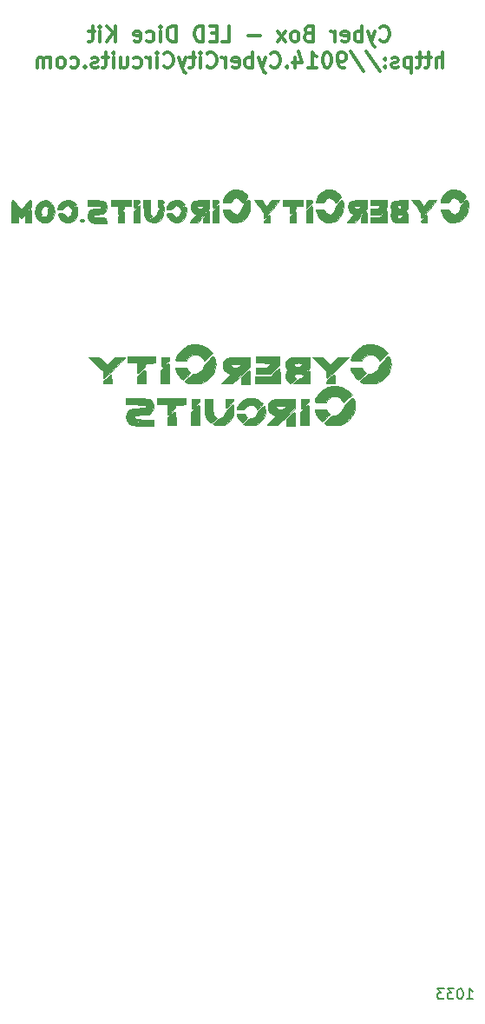
<source format=gbr>
G04 #@! TF.GenerationSoftware,KiCad,Pcbnew,(5.1.2)-2*
G04 #@! TF.CreationDate,2020-04-23T16:24:46-04:00*
G04 #@! TF.ProjectId,LED Dice Kit 001a,4c454420-4469-4636-9520-4b6974203030,rev?*
G04 #@! TF.SameCoordinates,Original*
G04 #@! TF.FileFunction,Legend,Bot*
G04 #@! TF.FilePolarity,Positive*
%FSLAX46Y46*%
G04 Gerber Fmt 4.6, Leading zero omitted, Abs format (unit mm)*
G04 Created by KiCad (PCBNEW (5.1.2)-2) date 2020-04-23 16:24:46*
%MOMM*%
%LPD*%
G04 APERTURE LIST*
%ADD10C,0.300000*%
%ADD11C,0.150000*%
%ADD12C,0.010000*%
G04 APERTURE END LIST*
D10*
X113678571Y-55902714D02*
X113750000Y-55974142D01*
X113964285Y-56045571D01*
X114107142Y-56045571D01*
X114321428Y-55974142D01*
X114464285Y-55831285D01*
X114535714Y-55688428D01*
X114607142Y-55402714D01*
X114607142Y-55188428D01*
X114535714Y-54902714D01*
X114464285Y-54759857D01*
X114321428Y-54617000D01*
X114107142Y-54545571D01*
X113964285Y-54545571D01*
X113750000Y-54617000D01*
X113678571Y-54688428D01*
X113178571Y-55045571D02*
X112821428Y-56045571D01*
X112464285Y-55045571D02*
X112821428Y-56045571D01*
X112964285Y-56402714D01*
X113035714Y-56474142D01*
X113178571Y-56545571D01*
X111892857Y-56045571D02*
X111892857Y-54545571D01*
X111892857Y-55117000D02*
X111750000Y-55045571D01*
X111464285Y-55045571D01*
X111321428Y-55117000D01*
X111250000Y-55188428D01*
X111178571Y-55331285D01*
X111178571Y-55759857D01*
X111250000Y-55902714D01*
X111321428Y-55974142D01*
X111464285Y-56045571D01*
X111750000Y-56045571D01*
X111892857Y-55974142D01*
X109964285Y-55974142D02*
X110107142Y-56045571D01*
X110392857Y-56045571D01*
X110535714Y-55974142D01*
X110607142Y-55831285D01*
X110607142Y-55259857D01*
X110535714Y-55117000D01*
X110392857Y-55045571D01*
X110107142Y-55045571D01*
X109964285Y-55117000D01*
X109892857Y-55259857D01*
X109892857Y-55402714D01*
X110607142Y-55545571D01*
X109250000Y-56045571D02*
X109250000Y-55045571D01*
X109250000Y-55331285D02*
X109178571Y-55188428D01*
X109107142Y-55117000D01*
X108964285Y-55045571D01*
X108821428Y-55045571D01*
X106678571Y-55259857D02*
X106464285Y-55331285D01*
X106392857Y-55402714D01*
X106321428Y-55545571D01*
X106321428Y-55759857D01*
X106392857Y-55902714D01*
X106464285Y-55974142D01*
X106607142Y-56045571D01*
X107178571Y-56045571D01*
X107178571Y-54545571D01*
X106678571Y-54545571D01*
X106535714Y-54617000D01*
X106464285Y-54688428D01*
X106392857Y-54831285D01*
X106392857Y-54974142D01*
X106464285Y-55117000D01*
X106535714Y-55188428D01*
X106678571Y-55259857D01*
X107178571Y-55259857D01*
X105464285Y-56045571D02*
X105607142Y-55974142D01*
X105678571Y-55902714D01*
X105750000Y-55759857D01*
X105750000Y-55331285D01*
X105678571Y-55188428D01*
X105607142Y-55117000D01*
X105464285Y-55045571D01*
X105250000Y-55045571D01*
X105107142Y-55117000D01*
X105035714Y-55188428D01*
X104964285Y-55331285D01*
X104964285Y-55759857D01*
X105035714Y-55902714D01*
X105107142Y-55974142D01*
X105250000Y-56045571D01*
X105464285Y-56045571D01*
X104464285Y-56045571D02*
X103678571Y-55045571D01*
X104464285Y-55045571D02*
X103678571Y-56045571D01*
X101964285Y-55474142D02*
X100821428Y-55474142D01*
X98250000Y-56045571D02*
X98964285Y-56045571D01*
X98964285Y-54545571D01*
X97750000Y-55259857D02*
X97250000Y-55259857D01*
X97035714Y-56045571D02*
X97750000Y-56045571D01*
X97750000Y-54545571D01*
X97035714Y-54545571D01*
X96392857Y-56045571D02*
X96392857Y-54545571D01*
X96035714Y-54545571D01*
X95821428Y-54617000D01*
X95678571Y-54759857D01*
X95607142Y-54902714D01*
X95535714Y-55188428D01*
X95535714Y-55402714D01*
X95607142Y-55688428D01*
X95678571Y-55831285D01*
X95821428Y-55974142D01*
X96035714Y-56045571D01*
X96392857Y-56045571D01*
X93750000Y-56045571D02*
X93750000Y-54545571D01*
X93392857Y-54545571D01*
X93178571Y-54617000D01*
X93035714Y-54759857D01*
X92964285Y-54902714D01*
X92892857Y-55188428D01*
X92892857Y-55402714D01*
X92964285Y-55688428D01*
X93035714Y-55831285D01*
X93178571Y-55974142D01*
X93392857Y-56045571D01*
X93750000Y-56045571D01*
X92250000Y-56045571D02*
X92250000Y-55045571D01*
X92250000Y-54545571D02*
X92321428Y-54617000D01*
X92250000Y-54688428D01*
X92178571Y-54617000D01*
X92250000Y-54545571D01*
X92250000Y-54688428D01*
X90892857Y-55974142D02*
X91035714Y-56045571D01*
X91321428Y-56045571D01*
X91464285Y-55974142D01*
X91535714Y-55902714D01*
X91607142Y-55759857D01*
X91607142Y-55331285D01*
X91535714Y-55188428D01*
X91464285Y-55117000D01*
X91321428Y-55045571D01*
X91035714Y-55045571D01*
X90892857Y-55117000D01*
X89678571Y-55974142D02*
X89821428Y-56045571D01*
X90107142Y-56045571D01*
X90250000Y-55974142D01*
X90321428Y-55831285D01*
X90321428Y-55259857D01*
X90250000Y-55117000D01*
X90107142Y-55045571D01*
X89821428Y-55045571D01*
X89678571Y-55117000D01*
X89607142Y-55259857D01*
X89607142Y-55402714D01*
X90321428Y-55545571D01*
X87821428Y-56045571D02*
X87821428Y-54545571D01*
X86964285Y-56045571D02*
X87607142Y-55188428D01*
X86964285Y-54545571D02*
X87821428Y-55402714D01*
X86321428Y-56045571D02*
X86321428Y-55045571D01*
X86321428Y-54545571D02*
X86392857Y-54617000D01*
X86321428Y-54688428D01*
X86250000Y-54617000D01*
X86321428Y-54545571D01*
X86321428Y-54688428D01*
X85821428Y-55045571D02*
X85250000Y-55045571D01*
X85607142Y-54545571D02*
X85607142Y-55831285D01*
X85535714Y-55974142D01*
X85392857Y-56045571D01*
X85250000Y-56045571D01*
X119785714Y-58595571D02*
X119785714Y-57095571D01*
X119142857Y-58595571D02*
X119142857Y-57809857D01*
X119214285Y-57667000D01*
X119357142Y-57595571D01*
X119571428Y-57595571D01*
X119714285Y-57667000D01*
X119785714Y-57738428D01*
X118642857Y-57595571D02*
X118071428Y-57595571D01*
X118428571Y-57095571D02*
X118428571Y-58381285D01*
X118357142Y-58524142D01*
X118214285Y-58595571D01*
X118071428Y-58595571D01*
X117785714Y-57595571D02*
X117214285Y-57595571D01*
X117571428Y-57095571D02*
X117571428Y-58381285D01*
X117500000Y-58524142D01*
X117357142Y-58595571D01*
X117214285Y-58595571D01*
X116714285Y-57595571D02*
X116714285Y-59095571D01*
X116714285Y-57667000D02*
X116571428Y-57595571D01*
X116285714Y-57595571D01*
X116142857Y-57667000D01*
X116071428Y-57738428D01*
X116000000Y-57881285D01*
X116000000Y-58309857D01*
X116071428Y-58452714D01*
X116142857Y-58524142D01*
X116285714Y-58595571D01*
X116571428Y-58595571D01*
X116714285Y-58524142D01*
X115428571Y-58524142D02*
X115285714Y-58595571D01*
X115000000Y-58595571D01*
X114857142Y-58524142D01*
X114785714Y-58381285D01*
X114785714Y-58309857D01*
X114857142Y-58167000D01*
X115000000Y-58095571D01*
X115214285Y-58095571D01*
X115357142Y-58024142D01*
X115428571Y-57881285D01*
X115428571Y-57809857D01*
X115357142Y-57667000D01*
X115214285Y-57595571D01*
X115000000Y-57595571D01*
X114857142Y-57667000D01*
X114142857Y-58452714D02*
X114071428Y-58524142D01*
X114142857Y-58595571D01*
X114214285Y-58524142D01*
X114142857Y-58452714D01*
X114142857Y-58595571D01*
X114142857Y-57667000D02*
X114071428Y-57738428D01*
X114142857Y-57809857D01*
X114214285Y-57738428D01*
X114142857Y-57667000D01*
X114142857Y-57809857D01*
X112357142Y-57024142D02*
X113642857Y-58952714D01*
X110785714Y-57024142D02*
X112071428Y-58952714D01*
X110214285Y-58595571D02*
X109928571Y-58595571D01*
X109785714Y-58524142D01*
X109714285Y-58452714D01*
X109571428Y-58238428D01*
X109500000Y-57952714D01*
X109500000Y-57381285D01*
X109571428Y-57238428D01*
X109642857Y-57167000D01*
X109785714Y-57095571D01*
X110071428Y-57095571D01*
X110214285Y-57167000D01*
X110285714Y-57238428D01*
X110357142Y-57381285D01*
X110357142Y-57738428D01*
X110285714Y-57881285D01*
X110214285Y-57952714D01*
X110071428Y-58024142D01*
X109785714Y-58024142D01*
X109642857Y-57952714D01*
X109571428Y-57881285D01*
X109500000Y-57738428D01*
X108571428Y-57095571D02*
X108428571Y-57095571D01*
X108285714Y-57167000D01*
X108214285Y-57238428D01*
X108142857Y-57381285D01*
X108071428Y-57667000D01*
X108071428Y-58024142D01*
X108142857Y-58309857D01*
X108214285Y-58452714D01*
X108285714Y-58524142D01*
X108428571Y-58595571D01*
X108571428Y-58595571D01*
X108714285Y-58524142D01*
X108785714Y-58452714D01*
X108857142Y-58309857D01*
X108928571Y-58024142D01*
X108928571Y-57667000D01*
X108857142Y-57381285D01*
X108785714Y-57238428D01*
X108714285Y-57167000D01*
X108571428Y-57095571D01*
X106642857Y-58595571D02*
X107500000Y-58595571D01*
X107071428Y-58595571D02*
X107071428Y-57095571D01*
X107214285Y-57309857D01*
X107357142Y-57452714D01*
X107500000Y-57524142D01*
X105357142Y-57595571D02*
X105357142Y-58595571D01*
X105714285Y-57024142D02*
X106071428Y-58095571D01*
X105142857Y-58095571D01*
X104571428Y-58452714D02*
X104500000Y-58524142D01*
X104571428Y-58595571D01*
X104642857Y-58524142D01*
X104571428Y-58452714D01*
X104571428Y-58595571D01*
X103000000Y-58452714D02*
X103071428Y-58524142D01*
X103285714Y-58595571D01*
X103428571Y-58595571D01*
X103642857Y-58524142D01*
X103785714Y-58381285D01*
X103857142Y-58238428D01*
X103928571Y-57952714D01*
X103928571Y-57738428D01*
X103857142Y-57452714D01*
X103785714Y-57309857D01*
X103642857Y-57167000D01*
X103428571Y-57095571D01*
X103285714Y-57095571D01*
X103071428Y-57167000D01*
X103000000Y-57238428D01*
X102500000Y-57595571D02*
X102142857Y-58595571D01*
X101785714Y-57595571D02*
X102142857Y-58595571D01*
X102285714Y-58952714D01*
X102357142Y-59024142D01*
X102500000Y-59095571D01*
X101214285Y-58595571D02*
X101214285Y-57095571D01*
X101214285Y-57667000D02*
X101071428Y-57595571D01*
X100785714Y-57595571D01*
X100642857Y-57667000D01*
X100571428Y-57738428D01*
X100500000Y-57881285D01*
X100500000Y-58309857D01*
X100571428Y-58452714D01*
X100642857Y-58524142D01*
X100785714Y-58595571D01*
X101071428Y-58595571D01*
X101214285Y-58524142D01*
X99285714Y-58524142D02*
X99428571Y-58595571D01*
X99714285Y-58595571D01*
X99857142Y-58524142D01*
X99928571Y-58381285D01*
X99928571Y-57809857D01*
X99857142Y-57667000D01*
X99714285Y-57595571D01*
X99428571Y-57595571D01*
X99285714Y-57667000D01*
X99214285Y-57809857D01*
X99214285Y-57952714D01*
X99928571Y-58095571D01*
X98571428Y-58595571D02*
X98571428Y-57595571D01*
X98571428Y-57881285D02*
X98500000Y-57738428D01*
X98428571Y-57667000D01*
X98285714Y-57595571D01*
X98142857Y-57595571D01*
X96785714Y-58452714D02*
X96857142Y-58524142D01*
X97071428Y-58595571D01*
X97214285Y-58595571D01*
X97428571Y-58524142D01*
X97571428Y-58381285D01*
X97642857Y-58238428D01*
X97714285Y-57952714D01*
X97714285Y-57738428D01*
X97642857Y-57452714D01*
X97571428Y-57309857D01*
X97428571Y-57167000D01*
X97214285Y-57095571D01*
X97071428Y-57095571D01*
X96857142Y-57167000D01*
X96785714Y-57238428D01*
X96142857Y-58595571D02*
X96142857Y-57595571D01*
X96142857Y-57095571D02*
X96214285Y-57167000D01*
X96142857Y-57238428D01*
X96071428Y-57167000D01*
X96142857Y-57095571D01*
X96142857Y-57238428D01*
X95642857Y-57595571D02*
X95071428Y-57595571D01*
X95428571Y-57095571D02*
X95428571Y-58381285D01*
X95357142Y-58524142D01*
X95214285Y-58595571D01*
X95071428Y-58595571D01*
X94714285Y-57595571D02*
X94357142Y-58595571D01*
X94000000Y-57595571D02*
X94357142Y-58595571D01*
X94500000Y-58952714D01*
X94571428Y-59024142D01*
X94714285Y-59095571D01*
X92571428Y-58452714D02*
X92642857Y-58524142D01*
X92857142Y-58595571D01*
X93000000Y-58595571D01*
X93214285Y-58524142D01*
X93357142Y-58381285D01*
X93428571Y-58238428D01*
X93500000Y-57952714D01*
X93500000Y-57738428D01*
X93428571Y-57452714D01*
X93357142Y-57309857D01*
X93214285Y-57167000D01*
X93000000Y-57095571D01*
X92857142Y-57095571D01*
X92642857Y-57167000D01*
X92571428Y-57238428D01*
X91928571Y-58595571D02*
X91928571Y-57595571D01*
X91928571Y-57095571D02*
X92000000Y-57167000D01*
X91928571Y-57238428D01*
X91857142Y-57167000D01*
X91928571Y-57095571D01*
X91928571Y-57238428D01*
X91214285Y-58595571D02*
X91214285Y-57595571D01*
X91214285Y-57881285D02*
X91142857Y-57738428D01*
X91071428Y-57667000D01*
X90928571Y-57595571D01*
X90785714Y-57595571D01*
X89642857Y-58524142D02*
X89785714Y-58595571D01*
X90071428Y-58595571D01*
X90214285Y-58524142D01*
X90285714Y-58452714D01*
X90357142Y-58309857D01*
X90357142Y-57881285D01*
X90285714Y-57738428D01*
X90214285Y-57667000D01*
X90071428Y-57595571D01*
X89785714Y-57595571D01*
X89642857Y-57667000D01*
X88357142Y-57595571D02*
X88357142Y-58595571D01*
X89000000Y-57595571D02*
X89000000Y-58381285D01*
X88928571Y-58524142D01*
X88785714Y-58595571D01*
X88571428Y-58595571D01*
X88428571Y-58524142D01*
X88357142Y-58452714D01*
X87642857Y-58595571D02*
X87642857Y-57595571D01*
X87642857Y-57095571D02*
X87714285Y-57167000D01*
X87642857Y-57238428D01*
X87571428Y-57167000D01*
X87642857Y-57095571D01*
X87642857Y-57238428D01*
X87142857Y-57595571D02*
X86571428Y-57595571D01*
X86928571Y-57095571D02*
X86928571Y-58381285D01*
X86857142Y-58524142D01*
X86714285Y-58595571D01*
X86571428Y-58595571D01*
X86142857Y-58524142D02*
X86000000Y-58595571D01*
X85714285Y-58595571D01*
X85571428Y-58524142D01*
X85500000Y-58381285D01*
X85500000Y-58309857D01*
X85571428Y-58167000D01*
X85714285Y-58095571D01*
X85928571Y-58095571D01*
X86071428Y-58024142D01*
X86142857Y-57881285D01*
X86142857Y-57809857D01*
X86071428Y-57667000D01*
X85928571Y-57595571D01*
X85714285Y-57595571D01*
X85571428Y-57667000D01*
X84857142Y-58452714D02*
X84785714Y-58524142D01*
X84857142Y-58595571D01*
X84928571Y-58524142D01*
X84857142Y-58452714D01*
X84857142Y-58595571D01*
X83500000Y-58524142D02*
X83642857Y-58595571D01*
X83928571Y-58595571D01*
X84071428Y-58524142D01*
X84142857Y-58452714D01*
X84214285Y-58309857D01*
X84214285Y-57881285D01*
X84142857Y-57738428D01*
X84071428Y-57667000D01*
X83928571Y-57595571D01*
X83642857Y-57595571D01*
X83500000Y-57667000D01*
X82642857Y-58595571D02*
X82785714Y-58524142D01*
X82857142Y-58452714D01*
X82928571Y-58309857D01*
X82928571Y-57881285D01*
X82857142Y-57738428D01*
X82785714Y-57667000D01*
X82642857Y-57595571D01*
X82428571Y-57595571D01*
X82285714Y-57667000D01*
X82214285Y-57738428D01*
X82142857Y-57881285D01*
X82142857Y-58309857D01*
X82214285Y-58452714D01*
X82285714Y-58524142D01*
X82428571Y-58595571D01*
X82642857Y-58595571D01*
X81500000Y-58595571D02*
X81500000Y-57595571D01*
X81500000Y-57738428D02*
X81428571Y-57667000D01*
X81285714Y-57595571D01*
X81071428Y-57595571D01*
X80928571Y-57667000D01*
X80857142Y-57809857D01*
X80857142Y-58595571D01*
X80857142Y-57809857D02*
X80785714Y-57667000D01*
X80642857Y-57595571D01*
X80428571Y-57595571D01*
X80285714Y-57667000D01*
X80214285Y-57809857D01*
X80214285Y-58595571D01*
D11*
X122142857Y-149296380D02*
X122714285Y-149296380D01*
X122428571Y-149296380D02*
X122428571Y-148296380D01*
X122523809Y-148439238D01*
X122619047Y-148534476D01*
X122714285Y-148582095D01*
X121523809Y-148296380D02*
X121428571Y-148296380D01*
X121333333Y-148344000D01*
X121285714Y-148391619D01*
X121238095Y-148486857D01*
X121190476Y-148677333D01*
X121190476Y-148915428D01*
X121238095Y-149105904D01*
X121285714Y-149201142D01*
X121333333Y-149248761D01*
X121428571Y-149296380D01*
X121523809Y-149296380D01*
X121619047Y-149248761D01*
X121666666Y-149201142D01*
X121714285Y-149105904D01*
X121761904Y-148915428D01*
X121761904Y-148677333D01*
X121714285Y-148486857D01*
X121666666Y-148391619D01*
X121619047Y-148344000D01*
X121523809Y-148296380D01*
X120857142Y-148296380D02*
X120238095Y-148296380D01*
X120571428Y-148677333D01*
X120428571Y-148677333D01*
X120333333Y-148724952D01*
X120285714Y-148772571D01*
X120238095Y-148867809D01*
X120238095Y-149105904D01*
X120285714Y-149201142D01*
X120333333Y-149248761D01*
X120428571Y-149296380D01*
X120714285Y-149296380D01*
X120809523Y-149248761D01*
X120857142Y-149201142D01*
X119904761Y-148296380D02*
X119285714Y-148296380D01*
X119619047Y-148677333D01*
X119476190Y-148677333D01*
X119380952Y-148724952D01*
X119333333Y-148772571D01*
X119285714Y-148867809D01*
X119285714Y-149105904D01*
X119333333Y-149201142D01*
X119380952Y-149248761D01*
X119476190Y-149296380D01*
X119761904Y-149296380D01*
X119857142Y-149248761D01*
X119904761Y-149201142D01*
D12*
G36*
X99356032Y-70483641D02*
G01*
X99027452Y-70612342D01*
X98740129Y-70832638D01*
X98508028Y-71135953D01*
X98345119Y-71513709D01*
X98316883Y-71618593D01*
X98304604Y-71689915D01*
X98322874Y-71731955D01*
X98390809Y-71752445D01*
X98527522Y-71759116D01*
X98665754Y-71759704D01*
X98861287Y-71757251D01*
X98987917Y-71740659D01*
X99077338Y-71696078D01*
X99161240Y-71609657D01*
X99239772Y-71508840D01*
X99376964Y-71350343D01*
X99494083Y-71274704D01*
X99602410Y-71258210D01*
X99779682Y-71297197D01*
X99950414Y-71396968D01*
X100079360Y-71532434D01*
X100124641Y-71629944D01*
X100186064Y-71739430D01*
X100287230Y-71737207D01*
X100429621Y-71622782D01*
X100542795Y-71490787D01*
X100655853Y-71336073D01*
X100732650Y-71209793D01*
X100754456Y-71150735D01*
X100713094Y-71050682D01*
X100605161Y-70918778D01*
X100454883Y-70777165D01*
X100286484Y-70647983D01*
X100124193Y-70553375D01*
X100081088Y-70535328D01*
X99711900Y-70455110D01*
X99356032Y-70483641D01*
X99356032Y-70483641D01*
G37*
X99356032Y-70483641D02*
X99027452Y-70612342D01*
X98740129Y-70832638D01*
X98508028Y-71135953D01*
X98345119Y-71513709D01*
X98316883Y-71618593D01*
X98304604Y-71689915D01*
X98322874Y-71731955D01*
X98390809Y-71752445D01*
X98527522Y-71759116D01*
X98665754Y-71759704D01*
X98861287Y-71757251D01*
X98987917Y-71740659D01*
X99077338Y-71696078D01*
X99161240Y-71609657D01*
X99239772Y-71508840D01*
X99376964Y-71350343D01*
X99494083Y-71274704D01*
X99602410Y-71258210D01*
X99779682Y-71297197D01*
X99950414Y-71396968D01*
X100079360Y-71532434D01*
X100124641Y-71629944D01*
X100186064Y-71739430D01*
X100287230Y-71737207D01*
X100429621Y-71622782D01*
X100542795Y-71490787D01*
X100655853Y-71336073D01*
X100732650Y-71209793D01*
X100754456Y-71150735D01*
X100713094Y-71050682D01*
X100605161Y-70918778D01*
X100454883Y-70777165D01*
X100286484Y-70647983D01*
X100124193Y-70553375D01*
X100081088Y-70535328D01*
X99711900Y-70455110D01*
X99356032Y-70483641D01*
G36*
X108459794Y-70483641D02*
G01*
X108131215Y-70612342D01*
X107843891Y-70832638D01*
X107611791Y-71135953D01*
X107448881Y-71513709D01*
X107420646Y-71618593D01*
X107408366Y-71689915D01*
X107426636Y-71731955D01*
X107494571Y-71752445D01*
X107631285Y-71759116D01*
X107769517Y-71759704D01*
X107965049Y-71757251D01*
X108091680Y-71740659D01*
X108181100Y-71696078D01*
X108265002Y-71609657D01*
X108343534Y-71508840D01*
X108480726Y-71350343D01*
X108597845Y-71274704D01*
X108706173Y-71258210D01*
X108883444Y-71297197D01*
X109054177Y-71396968D01*
X109183122Y-71532434D01*
X109228404Y-71629944D01*
X109289826Y-71739430D01*
X109390993Y-71737207D01*
X109533383Y-71622782D01*
X109646558Y-71490787D01*
X109759616Y-71336073D01*
X109836413Y-71209793D01*
X109858218Y-71150735D01*
X109816857Y-71050682D01*
X109708924Y-70918778D01*
X109558645Y-70777165D01*
X109390247Y-70647983D01*
X109227956Y-70553375D01*
X109184850Y-70535328D01*
X108815662Y-70455110D01*
X108459794Y-70483641D01*
X108459794Y-70483641D01*
G37*
X108459794Y-70483641D02*
X108131215Y-70612342D01*
X107843891Y-70832638D01*
X107611791Y-71135953D01*
X107448881Y-71513709D01*
X107420646Y-71618593D01*
X107408366Y-71689915D01*
X107426636Y-71731955D01*
X107494571Y-71752445D01*
X107631285Y-71759116D01*
X107769517Y-71759704D01*
X107965049Y-71757251D01*
X108091680Y-71740659D01*
X108181100Y-71696078D01*
X108265002Y-71609657D01*
X108343534Y-71508840D01*
X108480726Y-71350343D01*
X108597845Y-71274704D01*
X108706173Y-71258210D01*
X108883444Y-71297197D01*
X109054177Y-71396968D01*
X109183122Y-71532434D01*
X109228404Y-71629944D01*
X109289826Y-71739430D01*
X109390993Y-71737207D01*
X109533383Y-71622782D01*
X109646558Y-71490787D01*
X109759616Y-71336073D01*
X109836413Y-71209793D01*
X109858218Y-71150735D01*
X109816857Y-71050682D01*
X109708924Y-70918778D01*
X109558645Y-70777165D01*
X109390247Y-70647983D01*
X109227956Y-70553375D01*
X109184850Y-70535328D01*
X108815662Y-70455110D01*
X108459794Y-70483641D01*
G36*
X120631676Y-70483641D02*
G01*
X120303096Y-70612342D01*
X120015772Y-70832638D01*
X119783672Y-71135953D01*
X119620763Y-71513709D01*
X119592527Y-71618593D01*
X119580247Y-71689915D01*
X119598518Y-71731955D01*
X119666452Y-71752445D01*
X119803166Y-71759116D01*
X119941398Y-71759704D01*
X120136930Y-71757251D01*
X120263561Y-71740659D01*
X120352981Y-71696078D01*
X120436883Y-71609657D01*
X120515415Y-71508840D01*
X120652607Y-71350343D01*
X120769727Y-71274704D01*
X120878054Y-71258210D01*
X121055326Y-71297197D01*
X121226058Y-71396968D01*
X121355004Y-71532434D01*
X121400285Y-71629944D01*
X121461707Y-71739430D01*
X121562874Y-71737207D01*
X121705264Y-71622782D01*
X121818439Y-71490787D01*
X121931497Y-71336073D01*
X122008294Y-71209793D01*
X122030099Y-71150735D01*
X121988738Y-71050682D01*
X121880805Y-70918778D01*
X121730526Y-70777165D01*
X121562128Y-70647983D01*
X121399837Y-70553375D01*
X121356732Y-70535328D01*
X120987543Y-70455110D01*
X120631676Y-70483641D01*
X120631676Y-70483641D01*
G37*
X120631676Y-70483641D02*
X120303096Y-70612342D01*
X120015772Y-70832638D01*
X119783672Y-71135953D01*
X119620763Y-71513709D01*
X119592527Y-71618593D01*
X119580247Y-71689915D01*
X119598518Y-71731955D01*
X119666452Y-71752445D01*
X119803166Y-71759116D01*
X119941398Y-71759704D01*
X120136930Y-71757251D01*
X120263561Y-71740659D01*
X120352981Y-71696078D01*
X120436883Y-71609657D01*
X120515415Y-71508840D01*
X120652607Y-71350343D01*
X120769727Y-71274704D01*
X120878054Y-71258210D01*
X121055326Y-71297197D01*
X121226058Y-71396968D01*
X121355004Y-71532434D01*
X121400285Y-71629944D01*
X121461707Y-71739430D01*
X121562874Y-71737207D01*
X121705264Y-71622782D01*
X121818439Y-71490787D01*
X121931497Y-71336073D01*
X122008294Y-71209793D01*
X122030099Y-71150735D01*
X121988738Y-71050682D01*
X121880805Y-70918778D01*
X121730526Y-70777165D01*
X121562128Y-70647983D01*
X121399837Y-70553375D01*
X121356732Y-70535328D01*
X120987543Y-70455110D01*
X120631676Y-70483641D01*
G36*
X92002772Y-71885136D02*
G01*
X92011036Y-72114529D01*
X92042513Y-72232694D01*
X92107235Y-72242784D01*
X92215234Y-72147954D01*
X92344379Y-71992515D01*
X92490562Y-71788875D01*
X92553273Y-71648138D01*
X92531252Y-71560919D01*
X92423240Y-71517838D01*
X92279406Y-71508840D01*
X92002772Y-71508840D01*
X92002772Y-71885136D01*
X92002772Y-71885136D01*
G37*
X92002772Y-71885136D02*
X92011036Y-72114529D01*
X92042513Y-72232694D01*
X92107235Y-72242784D01*
X92215234Y-72147954D01*
X92344379Y-71992515D01*
X92490562Y-71788875D01*
X92553273Y-71648138D01*
X92531252Y-71560919D01*
X92423240Y-71517838D01*
X92279406Y-71508840D01*
X92002772Y-71508840D01*
X92002772Y-71885136D01*
G36*
X89648986Y-71895837D02*
G01*
X89664549Y-72101755D01*
X89690057Y-72250113D01*
X89715681Y-72304083D01*
X89774542Y-72273371D01*
X89878918Y-72172413D01*
X90004889Y-72024684D01*
X90160695Y-71812341D01*
X90234836Y-71665060D01*
X90225958Y-71572371D01*
X90132708Y-71523805D01*
X89953731Y-71508894D01*
X89938194Y-71508840D01*
X89634012Y-71508840D01*
X89648986Y-71895837D01*
X89648986Y-71895837D01*
G37*
X89648986Y-71895837D02*
X89664549Y-72101755D01*
X89690057Y-72250113D01*
X89715681Y-72304083D01*
X89774542Y-72273371D01*
X89878918Y-72172413D01*
X90004889Y-72024684D01*
X90160695Y-71812341D01*
X90234836Y-71665060D01*
X90225958Y-71572371D01*
X90132708Y-71523805D01*
X89953731Y-71508894D01*
X89938194Y-71508840D01*
X89634012Y-71508840D01*
X89648986Y-71895837D01*
G36*
X97344432Y-71895837D02*
G01*
X97359995Y-72101755D01*
X97385502Y-72250113D01*
X97411127Y-72304083D01*
X97469987Y-72273371D01*
X97574363Y-72172413D01*
X97700335Y-72024684D01*
X97856141Y-71812341D01*
X97930281Y-71665060D01*
X97921403Y-71572371D01*
X97828153Y-71523805D01*
X97649177Y-71508894D01*
X97633640Y-71508840D01*
X97329458Y-71508840D01*
X97344432Y-71895837D01*
X97344432Y-71895837D01*
G37*
X97344432Y-71895837D02*
X97359995Y-72101755D01*
X97385502Y-72250113D01*
X97411127Y-72304083D01*
X97469987Y-72273371D01*
X97574363Y-72172413D01*
X97700335Y-72024684D01*
X97856141Y-71812341D01*
X97930281Y-71665060D01*
X97921403Y-71572371D01*
X97828153Y-71523805D01*
X97649177Y-71508894D01*
X97633640Y-71508840D01*
X97329458Y-71508840D01*
X97344432Y-71895837D01*
G36*
X106448194Y-71895837D02*
G01*
X106463757Y-72101755D01*
X106489265Y-72250113D01*
X106514889Y-72304083D01*
X106573750Y-72273371D01*
X106678126Y-72172413D01*
X106804097Y-72024684D01*
X106959903Y-71812341D01*
X107034044Y-71665060D01*
X107025166Y-71572371D01*
X106931916Y-71523805D01*
X106752939Y-71508894D01*
X106737402Y-71508840D01*
X106433220Y-71508840D01*
X106448194Y-71895837D01*
X106448194Y-71895837D01*
G37*
X106448194Y-71895837D02*
X106463757Y-72101755D01*
X106489265Y-72250113D01*
X106514889Y-72304083D01*
X106573750Y-72273371D01*
X106678126Y-72172413D01*
X106804097Y-72024684D01*
X106959903Y-71812341D01*
X107034044Y-71665060D01*
X107025166Y-71572371D01*
X106931916Y-71523805D01*
X106752939Y-71508894D01*
X106737402Y-71508840D01*
X106433220Y-71508840D01*
X106448194Y-71895837D01*
G36*
X82814340Y-71539918D02*
G01*
X82571080Y-71692654D01*
X82376217Y-71917604D01*
X82253928Y-72194272D01*
X82200085Y-72386864D01*
X82477971Y-72386864D01*
X82652144Y-72377191D01*
X82768398Y-72335849D01*
X82868849Y-72244358D01*
X82906748Y-72198716D01*
X83042094Y-72069626D01*
X83170907Y-72011387D01*
X83184482Y-72010568D01*
X83314319Y-72061700D01*
X83450675Y-72196585D01*
X83452277Y-72198716D01*
X83551015Y-72316962D01*
X83625314Y-72382318D01*
X83638630Y-72386864D01*
X83697212Y-72345175D01*
X83795832Y-72238962D01*
X83857361Y-72162987D01*
X84030693Y-71939110D01*
X83869909Y-71759203D01*
X83633782Y-71569040D01*
X83365763Y-71472707D01*
X83085925Y-71464801D01*
X82814340Y-71539918D01*
X82814340Y-71539918D01*
G37*
X82814340Y-71539918D02*
X82571080Y-71692654D01*
X82376217Y-71917604D01*
X82253928Y-72194272D01*
X82200085Y-72386864D01*
X82477971Y-72386864D01*
X82652144Y-72377191D01*
X82768398Y-72335849D01*
X82868849Y-72244358D01*
X82906748Y-72198716D01*
X83042094Y-72069626D01*
X83170907Y-72011387D01*
X83184482Y-72010568D01*
X83314319Y-72061700D01*
X83450675Y-72196585D01*
X83452277Y-72198716D01*
X83551015Y-72316962D01*
X83625314Y-72382318D01*
X83638630Y-72386864D01*
X83697212Y-72345175D01*
X83795832Y-72238962D01*
X83857361Y-72162987D01*
X84030693Y-71939110D01*
X83869909Y-71759203D01*
X83633782Y-71569040D01*
X83365763Y-71472707D01*
X83085925Y-71464801D01*
X82814340Y-71539918D01*
G36*
X93427014Y-71539918D02*
G01*
X93183753Y-71692654D01*
X92988891Y-71917604D01*
X92866601Y-72194272D01*
X92812758Y-72386864D01*
X93090644Y-72386864D01*
X93264817Y-72377191D01*
X93381071Y-72335849D01*
X93481522Y-72244358D01*
X93519421Y-72198716D01*
X93654767Y-72069626D01*
X93783581Y-72011387D01*
X93797155Y-72010568D01*
X93926992Y-72061700D01*
X94063348Y-72196585D01*
X94064951Y-72198716D01*
X94163688Y-72316962D01*
X94237987Y-72382318D01*
X94251303Y-72386864D01*
X94309885Y-72345175D01*
X94408505Y-72238962D01*
X94470035Y-72162987D01*
X94643367Y-71939110D01*
X94482582Y-71759203D01*
X94246455Y-71569040D01*
X93978436Y-71472707D01*
X93698599Y-71464801D01*
X93427014Y-71539918D01*
X93427014Y-71539918D01*
G37*
X93427014Y-71539918D02*
X93183753Y-71692654D01*
X92988891Y-71917604D01*
X92866601Y-72194272D01*
X92812758Y-72386864D01*
X93090644Y-72386864D01*
X93264817Y-72377191D01*
X93381071Y-72335849D01*
X93481522Y-72244358D01*
X93519421Y-72198716D01*
X93654767Y-72069626D01*
X93783581Y-72011387D01*
X93797155Y-72010568D01*
X93926992Y-72061700D01*
X94063348Y-72196585D01*
X94064951Y-72198716D01*
X94163688Y-72316962D01*
X94237987Y-72382318D01*
X94251303Y-72386864D01*
X94309885Y-72345175D01*
X94408505Y-72238962D01*
X94470035Y-72162987D01*
X94643367Y-71939110D01*
X94482582Y-71759203D01*
X94246455Y-71569040D01*
X93978436Y-71472707D01*
X93698599Y-71464801D01*
X93427014Y-71539918D01*
G36*
X87425743Y-72073284D02*
G01*
X88079604Y-72073284D01*
X88079604Y-72449580D01*
X88083917Y-72661644D01*
X88101274Y-72776216D01*
X88138307Y-72820981D01*
X88169726Y-72825877D01*
X88251670Y-72783362D01*
X88371021Y-72673291D01*
X88471508Y-72556959D01*
X88585316Y-72395407D01*
X88662151Y-72253879D01*
X88683169Y-72180663D01*
X88698348Y-72121785D01*
X88757956Y-72088953D01*
X88883098Y-72075234D01*
X89010099Y-72073284D01*
X89337030Y-72073284D01*
X89337030Y-71508840D01*
X87425743Y-71508840D01*
X87425743Y-72073284D01*
X87425743Y-72073284D01*
G37*
X87425743Y-72073284D02*
X88079604Y-72073284D01*
X88079604Y-72449580D01*
X88083917Y-72661644D01*
X88101274Y-72776216D01*
X88138307Y-72820981D01*
X88169726Y-72825877D01*
X88251670Y-72783362D01*
X88371021Y-72673291D01*
X88471508Y-72556959D01*
X88585316Y-72395407D01*
X88662151Y-72253879D01*
X88683169Y-72180663D01*
X88698348Y-72121785D01*
X88757956Y-72088953D01*
X88883098Y-72075234D01*
X89010099Y-72073284D01*
X89337030Y-72073284D01*
X89337030Y-71508840D01*
X87425743Y-71508840D01*
X87425743Y-72073284D01*
G36*
X104224951Y-72073284D02*
G01*
X104878812Y-72073284D01*
X104878812Y-72449580D01*
X104883125Y-72661644D01*
X104900482Y-72776216D01*
X104937515Y-72820981D01*
X104968934Y-72825877D01*
X105050878Y-72783362D01*
X105170229Y-72673291D01*
X105270716Y-72556959D01*
X105384524Y-72395407D01*
X105461359Y-72253879D01*
X105482376Y-72180663D01*
X105497556Y-72121785D01*
X105557164Y-72088953D01*
X105682305Y-72075234D01*
X105809307Y-72073284D01*
X106136238Y-72073284D01*
X106136238Y-71508840D01*
X104224951Y-71508840D01*
X104224951Y-72073284D01*
X104224951Y-72073284D01*
G37*
X104224951Y-72073284D02*
X104878812Y-72073284D01*
X104878812Y-72449580D01*
X104883125Y-72661644D01*
X104900482Y-72776216D01*
X104937515Y-72820981D01*
X104968934Y-72825877D01*
X105050878Y-72783362D01*
X105170229Y-72673291D01*
X105270716Y-72556959D01*
X105384524Y-72395407D01*
X105461359Y-72253879D01*
X105482376Y-72180663D01*
X105497556Y-72121785D01*
X105557164Y-72088953D01*
X105682305Y-72075234D01*
X105809307Y-72073284D01*
X106136238Y-72073284D01*
X106136238Y-71508840D01*
X104224951Y-71508840D01*
X104224951Y-72073284D01*
G36*
X112725149Y-72010568D02*
G01*
X113693062Y-72010568D01*
X113618107Y-72151679D01*
X113568673Y-72223320D01*
X113497442Y-72267956D01*
X113380094Y-72293594D01*
X113192305Y-72308241D01*
X113134151Y-72311006D01*
X112725149Y-72329221D01*
X112725149Y-72888593D01*
X113809971Y-72888593D01*
X114072312Y-72557361D01*
X114206577Y-72383540D01*
X114284833Y-72256858D01*
X114322196Y-72135753D01*
X114333783Y-71978665D01*
X114334654Y-71836127D01*
X114334654Y-71446123D01*
X112725149Y-71446123D01*
X112725149Y-72010568D01*
X112725149Y-72010568D01*
G37*
X112725149Y-72010568D02*
X113693062Y-72010568D01*
X113618107Y-72151679D01*
X113568673Y-72223320D01*
X113497442Y-72267956D01*
X113380094Y-72293594D01*
X113192305Y-72308241D01*
X113134151Y-72311006D01*
X112725149Y-72329221D01*
X112725149Y-72888593D01*
X113809971Y-72888593D01*
X114072312Y-72557361D01*
X114206577Y-72383540D01*
X114284833Y-72256858D01*
X114322196Y-72135753D01*
X114333783Y-71978665D01*
X114334654Y-71836127D01*
X114334654Y-71446123D01*
X112725149Y-71446123D01*
X112725149Y-72010568D01*
G36*
X102837418Y-71827794D02*
G01*
X102578405Y-72146749D01*
X102362716Y-71827794D01*
X102147026Y-71508840D01*
X101385155Y-71508840D01*
X101849409Y-72090141D01*
X102038637Y-72328800D01*
X102167896Y-72500686D01*
X102248606Y-72627397D01*
X102292189Y-72730531D01*
X102310064Y-72831686D01*
X102313651Y-72952461D01*
X102313664Y-72968166D01*
X102326621Y-73175176D01*
X102365360Y-73262007D01*
X102377209Y-73264889D01*
X102430796Y-73222313D01*
X102542880Y-73103629D01*
X102701621Y-72922401D01*
X102895179Y-72692194D01*
X103111715Y-72426573D01*
X103143565Y-72386864D01*
X103846375Y-71508840D01*
X103096431Y-71508840D01*
X102837418Y-71827794D01*
X102837418Y-71827794D01*
G37*
X102837418Y-71827794D02*
X102578405Y-72146749D01*
X102362716Y-71827794D01*
X102147026Y-71508840D01*
X101385155Y-71508840D01*
X101849409Y-72090141D01*
X102038637Y-72328800D01*
X102167896Y-72500686D01*
X102248606Y-72627397D01*
X102292189Y-72730531D01*
X102310064Y-72831686D01*
X102313651Y-72952461D01*
X102313664Y-72968166D01*
X102326621Y-73175176D01*
X102365360Y-73262007D01*
X102377209Y-73264889D01*
X102430796Y-73222313D01*
X102542880Y-73103629D01*
X102701621Y-72922401D01*
X102895179Y-72692194D01*
X103111715Y-72426573D01*
X103143565Y-72386864D01*
X103846375Y-71508840D01*
X103096431Y-71508840D01*
X102837418Y-71827794D01*
G36*
X118178012Y-71827794D02*
G01*
X117918999Y-72146749D01*
X117703310Y-71827794D01*
X117487620Y-71508840D01*
X116725749Y-71508840D01*
X117190004Y-72090141D01*
X117379231Y-72328800D01*
X117508490Y-72500686D01*
X117589200Y-72627397D01*
X117632783Y-72730531D01*
X117650658Y-72831686D01*
X117654245Y-72952461D01*
X117654258Y-72968166D01*
X117667215Y-73175176D01*
X117705954Y-73262007D01*
X117717803Y-73264889D01*
X117771390Y-73222313D01*
X117883474Y-73103629D01*
X118042215Y-72922401D01*
X118235773Y-72692194D01*
X118452309Y-72426573D01*
X118484159Y-72386864D01*
X119186969Y-71508840D01*
X118437025Y-71508840D01*
X118178012Y-71827794D01*
X118178012Y-71827794D01*
G37*
X118178012Y-71827794D02*
X117918999Y-72146749D01*
X117703310Y-71827794D01*
X117487620Y-71508840D01*
X116725749Y-71508840D01*
X117190004Y-72090141D01*
X117379231Y-72328800D01*
X117508490Y-72500686D01*
X117589200Y-72627397D01*
X117632783Y-72730531D01*
X117650658Y-72831686D01*
X117654245Y-72952461D01*
X117654258Y-72968166D01*
X117667215Y-73175176D01*
X117705954Y-73262007D01*
X117717803Y-73264889D01*
X117771390Y-73222313D01*
X117883474Y-73103629D01*
X118042215Y-72922401D01*
X118235773Y-72692194D01*
X118452309Y-72426573D01*
X118484159Y-72386864D01*
X119186969Y-71508840D01*
X118437025Y-71508840D01*
X118178012Y-71827794D01*
G36*
X80749468Y-71535826D02*
G01*
X80499298Y-71643275D01*
X80287017Y-71824553D01*
X80124920Y-72065410D01*
X80025297Y-72351598D01*
X80000443Y-72668866D01*
X80062650Y-73002964D01*
X80074202Y-73036946D01*
X80167362Y-73240294D01*
X80265334Y-73321276D01*
X80378410Y-73282773D01*
X80496464Y-73155136D01*
X80577700Y-73028194D01*
X80608750Y-72899952D01*
X80602463Y-72712818D01*
X80600358Y-72689534D01*
X80590869Y-72495743D01*
X80616722Y-72367930D01*
X80690956Y-72249760D01*
X80706805Y-72229714D01*
X80809473Y-72122507D01*
X80910657Y-72088719D01*
X81044273Y-72105959D01*
X81189040Y-72122439D01*
X81291419Y-72080979D01*
X81394526Y-71973921D01*
X81487043Y-71853039D01*
X81537720Y-71766680D01*
X81540990Y-71753157D01*
X81498314Y-71706169D01*
X81389711Y-71637943D01*
X81314309Y-71599416D01*
X81025236Y-71516457D01*
X80749468Y-71535826D01*
X80749468Y-71535826D01*
G37*
X80749468Y-71535826D02*
X80499298Y-71643275D01*
X80287017Y-71824553D01*
X80124920Y-72065410D01*
X80025297Y-72351598D01*
X80000443Y-72668866D01*
X80062650Y-73002964D01*
X80074202Y-73036946D01*
X80167362Y-73240294D01*
X80265334Y-73321276D01*
X80378410Y-73282773D01*
X80496464Y-73155136D01*
X80577700Y-73028194D01*
X80608750Y-72899952D01*
X80602463Y-72712818D01*
X80600358Y-72689534D01*
X80590869Y-72495743D01*
X80616722Y-72367930D01*
X80690956Y-72249760D01*
X80706805Y-72229714D01*
X80809473Y-72122507D01*
X80910657Y-72088719D01*
X81044273Y-72105959D01*
X81189040Y-72122439D01*
X81291419Y-72080979D01*
X81394526Y-71973921D01*
X81487043Y-71853039D01*
X81537720Y-71766680D01*
X81540990Y-71753157D01*
X81498314Y-71706169D01*
X81389711Y-71637943D01*
X81314309Y-71599416D01*
X81025236Y-71516457D01*
X80749468Y-71535826D01*
G36*
X90594736Y-72088963D02*
G01*
X90600475Y-72377218D01*
X90615540Y-72645224D01*
X90637114Y-72848709D01*
X90646304Y-72899336D01*
X90703533Y-73064951D01*
X90794858Y-73243440D01*
X90898286Y-73399678D01*
X90991820Y-73498540D01*
X91032293Y-73515753D01*
X91091834Y-73474121D01*
X91189022Y-73369115D01*
X91234984Y-73311926D01*
X91392276Y-73108099D01*
X91295148Y-72960040D01*
X91249961Y-72872621D01*
X91221077Y-72757872D01*
X91205117Y-72587984D01*
X91198704Y-72335147D01*
X91198020Y-72160410D01*
X91198020Y-71508840D01*
X90594456Y-71508840D01*
X90594736Y-72088963D01*
X90594736Y-72088963D01*
G37*
X90594736Y-72088963D02*
X90600475Y-72377218D01*
X90615540Y-72645224D01*
X90637114Y-72848709D01*
X90646304Y-72899336D01*
X90703533Y-73064951D01*
X90794858Y-73243440D01*
X90898286Y-73399678D01*
X90991820Y-73498540D01*
X91032293Y-73515753D01*
X91091834Y-73474121D01*
X91189022Y-73369115D01*
X91234984Y-73311926D01*
X91392276Y-73108099D01*
X91295148Y-72960040D01*
X91249961Y-72872621D01*
X91221077Y-72757872D01*
X91205117Y-72587984D01*
X91198704Y-72335147D01*
X91198020Y-72160410D01*
X91198020Y-71508840D01*
X90594456Y-71508840D01*
X90594736Y-72088963D01*
G36*
X84464912Y-73339319D02*
G01*
X84416176Y-73392034D01*
X84407921Y-73484395D01*
X84421074Y-73590426D01*
X84480260Y-73633833D01*
X84583961Y-73641185D01*
X84703009Y-73629471D01*
X84751745Y-73576756D01*
X84760000Y-73484395D01*
X84746848Y-73378364D01*
X84687661Y-73334957D01*
X84583961Y-73327605D01*
X84464912Y-73339319D01*
X84464912Y-73339319D01*
G37*
X84464912Y-73339319D02*
X84416176Y-73392034D01*
X84407921Y-73484395D01*
X84421074Y-73590426D01*
X84480260Y-73633833D01*
X84583961Y-73641185D01*
X84703009Y-73629471D01*
X84751745Y-73576756D01*
X84760000Y-73484395D01*
X84746848Y-73378364D01*
X84687661Y-73334957D01*
X84583961Y-73327605D01*
X84464912Y-73339319D01*
G36*
X77790140Y-71511990D02*
G01*
X77760910Y-71532980D01*
X77740945Y-71589122D01*
X77728481Y-71697726D01*
X77721749Y-71876103D01*
X77718984Y-72141563D01*
X77718420Y-72511419D01*
X77718416Y-72606370D01*
X77718416Y-73703901D01*
X78321980Y-73703901D01*
X78321980Y-72927841D01*
X78463049Y-73096365D01*
X78571979Y-73205833D01*
X78662297Y-73262651D01*
X78675817Y-73264889D01*
X78737314Y-73222719D01*
X78852581Y-73107745D01*
X79005411Y-72937271D01*
X79179595Y-72728601D01*
X79188609Y-72717431D01*
X79629703Y-72169973D01*
X79629703Y-71839406D01*
X79625546Y-71646343D01*
X79606093Y-71547647D01*
X79560868Y-71512398D01*
X79517718Y-71508840D01*
X79419738Y-71557446D01*
X79267949Y-71698592D01*
X79069742Y-71925269D01*
X79039896Y-71961961D01*
X78674060Y-72415083D01*
X78308223Y-71961961D01*
X78104328Y-71724297D01*
X77945856Y-71571221D01*
X77840197Y-71509740D01*
X77830402Y-71508840D01*
X77790140Y-71511990D01*
X77790140Y-71511990D01*
G37*
X77790140Y-71511990D02*
X77760910Y-71532980D01*
X77740945Y-71589122D01*
X77728481Y-71697726D01*
X77721749Y-71876103D01*
X77718984Y-72141563D01*
X77718420Y-72511419D01*
X77718416Y-72606370D01*
X77718416Y-73703901D01*
X78321980Y-73703901D01*
X78321980Y-72927841D01*
X78463049Y-73096365D01*
X78571979Y-73205833D01*
X78662297Y-73262651D01*
X78675817Y-73264889D01*
X78737314Y-73222719D01*
X78852581Y-73107745D01*
X79005411Y-72937271D01*
X79179595Y-72728601D01*
X79188609Y-72717431D01*
X79629703Y-72169973D01*
X79629703Y-71839406D01*
X79625546Y-71646343D01*
X79606093Y-71547647D01*
X79560868Y-71512398D01*
X79517718Y-71508840D01*
X79419738Y-71557446D01*
X79267949Y-71698592D01*
X79069742Y-71925269D01*
X79039896Y-71961961D01*
X78674060Y-72415083D01*
X78308223Y-71961961D01*
X78104328Y-71724297D01*
X77945856Y-71571221D01*
X77840197Y-71509740D01*
X77830402Y-71508840D01*
X77790140Y-71511990D01*
G36*
X79452756Y-72493399D02*
G01*
X79334612Y-72606984D01*
X79233733Y-72730401D01*
X79116192Y-72899982D01*
X79053981Y-73035138D01*
X79029777Y-73188201D01*
X79026139Y-73357562D01*
X79026139Y-73703901D01*
X79629703Y-73703901D01*
X79629703Y-73076741D01*
X79628115Y-72790552D01*
X79621098Y-72607257D01*
X79605270Y-72504340D01*
X79577249Y-72459288D01*
X79535515Y-72449580D01*
X79452756Y-72493399D01*
X79452756Y-72493399D01*
G37*
X79452756Y-72493399D02*
X79334612Y-72606984D01*
X79233733Y-72730401D01*
X79116192Y-72899982D01*
X79053981Y-73035138D01*
X79029777Y-73188201D01*
X79026139Y-73357562D01*
X79026139Y-73703901D01*
X79629703Y-73703901D01*
X79629703Y-73076741D01*
X79628115Y-72790552D01*
X79621098Y-72607257D01*
X79605270Y-72504340D01*
X79577249Y-72459288D01*
X79535515Y-72449580D01*
X79452756Y-72493399D01*
G36*
X81561590Y-71925843D02*
G01*
X81454753Y-72028109D01*
X81411640Y-72077644D01*
X81310814Y-72216512D01*
X81271415Y-72342808D01*
X81275023Y-72520247D01*
X81277039Y-72543246D01*
X81283405Y-72733623D01*
X81248771Y-72864008D01*
X81166895Y-72984463D01*
X81064935Y-73091452D01*
X80964047Y-73127841D01*
X80819515Y-73112841D01*
X80674033Y-73097675D01*
X80575596Y-73135285D01*
X80474046Y-73246150D01*
X80465315Y-73257456D01*
X80323664Y-73441814D01*
X80460648Y-73553731D01*
X80647787Y-73648138D01*
X80885564Y-73687959D01*
X81133442Y-73671592D01*
X81350881Y-73597437D01*
X81364951Y-73589431D01*
X81511834Y-73486855D01*
X81630067Y-73377433D01*
X81652240Y-73349846D01*
X81757798Y-73149937D01*
X81843389Y-72898047D01*
X81889049Y-72657232D01*
X81891965Y-72592706D01*
X81871367Y-72427253D01*
X81820652Y-72235596D01*
X81753783Y-72056017D01*
X81684724Y-71926799D01*
X81633864Y-71885136D01*
X81561590Y-71925843D01*
X81561590Y-71925843D01*
G37*
X81561590Y-71925843D02*
X81454753Y-72028109D01*
X81411640Y-72077644D01*
X81310814Y-72216512D01*
X81271415Y-72342808D01*
X81275023Y-72520247D01*
X81277039Y-72543246D01*
X81283405Y-72733623D01*
X81248771Y-72864008D01*
X81166895Y-72984463D01*
X81064935Y-73091452D01*
X80964047Y-73127841D01*
X80819515Y-73112841D01*
X80674033Y-73097675D01*
X80575596Y-73135285D01*
X80474046Y-73246150D01*
X80465315Y-73257456D01*
X80323664Y-73441814D01*
X80460648Y-73553731D01*
X80647787Y-73648138D01*
X80885564Y-73687959D01*
X81133442Y-73671592D01*
X81350881Y-73597437D01*
X81364951Y-73589431D01*
X81511834Y-73486855D01*
X81630067Y-73377433D01*
X81652240Y-73349846D01*
X81757798Y-73149937D01*
X81843389Y-72898047D01*
X81889049Y-72657232D01*
X81891965Y-72592706D01*
X81871367Y-72427253D01*
X81820652Y-72235596D01*
X81753783Y-72056017D01*
X81684724Y-71926799D01*
X81633864Y-71885136D01*
X81561590Y-71925843D01*
G36*
X83961100Y-72181553D02*
G01*
X83855536Y-72296655D01*
X83738754Y-72448968D01*
X83634482Y-72606158D01*
X83566448Y-72735886D01*
X83552872Y-72788565D01*
X83512040Y-72895732D01*
X83413507Y-73013405D01*
X83293211Y-73106272D01*
X83195759Y-73139457D01*
X83103439Y-73099976D01*
X82980199Y-73000703D01*
X82931843Y-72951309D01*
X82802025Y-72831136D01*
X82671129Y-72775823D01*
X82502568Y-72763161D01*
X82335002Y-72779633D01*
X82253043Y-72838252D01*
X82252530Y-72952820D01*
X82329301Y-73137139D01*
X82367820Y-73210009D01*
X82547614Y-73435889D01*
X82790153Y-73595586D01*
X83068631Y-73680052D01*
X83356243Y-73680240D01*
X83570214Y-73615813D01*
X83835243Y-73433799D01*
X84025251Y-73173403D01*
X84133292Y-72846872D01*
X84156436Y-72582156D01*
X84141011Y-72319456D01*
X84094048Y-72172589D01*
X84031718Y-72136000D01*
X83961100Y-72181553D01*
X83961100Y-72181553D01*
G37*
X83961100Y-72181553D02*
X83855536Y-72296655D01*
X83738754Y-72448968D01*
X83634482Y-72606158D01*
X83566448Y-72735886D01*
X83552872Y-72788565D01*
X83512040Y-72895732D01*
X83413507Y-73013405D01*
X83293211Y-73106272D01*
X83195759Y-73139457D01*
X83103439Y-73099976D01*
X82980199Y-73000703D01*
X82931843Y-72951309D01*
X82802025Y-72831136D01*
X82671129Y-72775823D01*
X82502568Y-72763161D01*
X82335002Y-72779633D01*
X82253043Y-72838252D01*
X82252530Y-72952820D01*
X82329301Y-73137139D01*
X82367820Y-73210009D01*
X82547614Y-73435889D01*
X82790153Y-73595586D01*
X83068631Y-73680052D01*
X83356243Y-73680240D01*
X83570214Y-73615813D01*
X83835243Y-73433799D01*
X84025251Y-73173403D01*
X84133292Y-72846872D01*
X84156436Y-72582156D01*
X84141011Y-72319456D01*
X84094048Y-72172589D01*
X84031718Y-72136000D01*
X83961100Y-72181553D01*
G36*
X88514334Y-72603892D02*
G01*
X88384292Y-72733155D01*
X88295270Y-72838935D01*
X88172050Y-73000491D01*
X88107315Y-73129035D01*
X88082735Y-73272540D01*
X88079604Y-73403379D01*
X88079604Y-73703901D01*
X88683169Y-73703901D01*
X88683169Y-73139457D01*
X88676825Y-72834631D01*
X88652183Y-72648108D01*
X88600825Y-72573369D01*
X88514334Y-72603892D01*
X88514334Y-72603892D01*
G37*
X88514334Y-72603892D02*
X88384292Y-72733155D01*
X88295270Y-72838935D01*
X88172050Y-73000491D01*
X88107315Y-73129035D01*
X88082735Y-73272540D01*
X88079604Y-73403379D01*
X88079604Y-73703901D01*
X88683169Y-73703901D01*
X88683169Y-73139457D01*
X88676825Y-72834631D01*
X88652183Y-72648108D01*
X88600825Y-72573369D01*
X88514334Y-72603892D01*
G36*
X90111481Y-72052581D02*
G01*
X90001314Y-72162524D01*
X89875832Y-72310623D01*
X89638812Y-72610679D01*
X89638812Y-73703901D01*
X90242376Y-73703901D01*
X90242376Y-72857235D01*
X90240079Y-72498444D01*
X90232413Y-72249846D01*
X90218224Y-72096311D01*
X90196352Y-72022711D01*
X90177614Y-72010568D01*
X90111481Y-72052581D01*
X90111481Y-72052581D01*
G37*
X90111481Y-72052581D02*
X90001314Y-72162524D01*
X89875832Y-72310623D01*
X89638812Y-72610679D01*
X89638812Y-73703901D01*
X90242376Y-73703901D01*
X90242376Y-72857235D01*
X90240079Y-72498444D01*
X90232413Y-72249846D01*
X90218224Y-72096311D01*
X90196352Y-72022711D01*
X90177614Y-72010568D01*
X90111481Y-72052581D01*
G36*
X92371293Y-72058252D02*
G01*
X92251581Y-72179395D01*
X92126931Y-72341130D01*
X92021560Y-72510592D01*
X91959683Y-72654916D01*
X91952475Y-72701894D01*
X91910329Y-72855860D01*
X91806878Y-73006799D01*
X91676608Y-73113378D01*
X91587401Y-73139457D01*
X91474884Y-73186255D01*
X91340262Y-73308614D01*
X91300389Y-73356679D01*
X91131540Y-73573902D01*
X91268648Y-73638902D01*
X91507312Y-73696449D01*
X91782252Y-73673701D01*
X91977624Y-73609701D01*
X92224707Y-73439561D01*
X92403727Y-73177622D01*
X92514152Y-72825053D01*
X92555452Y-72383018D01*
X92555759Y-72339827D01*
X92550709Y-72144983D01*
X92529503Y-72045626D01*
X92483707Y-72012181D01*
X92461852Y-72010568D01*
X92371293Y-72058252D01*
X92371293Y-72058252D01*
G37*
X92371293Y-72058252D02*
X92251581Y-72179395D01*
X92126931Y-72341130D01*
X92021560Y-72510592D01*
X91959683Y-72654916D01*
X91952475Y-72701894D01*
X91910329Y-72855860D01*
X91806878Y-73006799D01*
X91676608Y-73113378D01*
X91587401Y-73139457D01*
X91474884Y-73186255D01*
X91340262Y-73308614D01*
X91300389Y-73356679D01*
X91131540Y-73573902D01*
X91268648Y-73638902D01*
X91507312Y-73696449D01*
X91782252Y-73673701D01*
X91977624Y-73609701D01*
X92224707Y-73439561D01*
X92403727Y-73177622D01*
X92514152Y-72825053D01*
X92555452Y-72383018D01*
X92555759Y-72339827D01*
X92550709Y-72144983D01*
X92529503Y-72045626D01*
X92483707Y-72012181D01*
X92461852Y-72010568D01*
X92371293Y-72058252D01*
G36*
X94573774Y-72181553D02*
G01*
X94468210Y-72296655D01*
X94351427Y-72448968D01*
X94247155Y-72606158D01*
X94179121Y-72735886D01*
X94165545Y-72788565D01*
X94124714Y-72895732D01*
X94026180Y-73013405D01*
X93905884Y-73106272D01*
X93808433Y-73139457D01*
X93716112Y-73099976D01*
X93592872Y-73000703D01*
X93544516Y-72951309D01*
X93414699Y-72831136D01*
X93283803Y-72775823D01*
X93115241Y-72763161D01*
X92947675Y-72779633D01*
X92865717Y-72838252D01*
X92865204Y-72952820D01*
X92941974Y-73137139D01*
X92980493Y-73210009D01*
X93160287Y-73435889D01*
X93402826Y-73595586D01*
X93681305Y-73680052D01*
X93968916Y-73680240D01*
X94182888Y-73615813D01*
X94447917Y-73433799D01*
X94637924Y-73173403D01*
X94745965Y-72846872D01*
X94769109Y-72582156D01*
X94753684Y-72319456D01*
X94706721Y-72172589D01*
X94644391Y-72136000D01*
X94573774Y-72181553D01*
X94573774Y-72181553D01*
G37*
X94573774Y-72181553D02*
X94468210Y-72296655D01*
X94351427Y-72448968D01*
X94247155Y-72606158D01*
X94179121Y-72735886D01*
X94165545Y-72788565D01*
X94124714Y-72895732D01*
X94026180Y-73013405D01*
X93905884Y-73106272D01*
X93808433Y-73139457D01*
X93716112Y-73099976D01*
X93592872Y-73000703D01*
X93544516Y-72951309D01*
X93414699Y-72831136D01*
X93283803Y-72775823D01*
X93115241Y-72763161D01*
X92947675Y-72779633D01*
X92865717Y-72838252D01*
X92865204Y-72952820D01*
X92941974Y-73137139D01*
X92980493Y-73210009D01*
X93160287Y-73435889D01*
X93402826Y-73595586D01*
X93681305Y-73680052D01*
X93968916Y-73680240D01*
X94182888Y-73615813D01*
X94447917Y-73433799D01*
X94637924Y-73173403D01*
X94745965Y-72846872D01*
X94769109Y-72582156D01*
X94753684Y-72319456D01*
X94706721Y-72172589D01*
X94644391Y-72136000D01*
X94573774Y-72181553D01*
G36*
X95984135Y-71514544D02*
G01*
X95727764Y-71535386D01*
X95541718Y-71576961D01*
X95411009Y-71644861D01*
X95320647Y-71744682D01*
X95255644Y-71882016D01*
X95245141Y-71912161D01*
X95201107Y-72187846D01*
X95249158Y-72445790D01*
X95380845Y-72663995D01*
X95587718Y-72820464D01*
X95595502Y-72824213D01*
X95742700Y-72893996D01*
X95420823Y-73298949D01*
X95098946Y-73703901D01*
X95902433Y-73703901D01*
X97032475Y-72290827D01*
X97032475Y-72123457D01*
X96378614Y-72123457D01*
X96335047Y-72221284D01*
X96225964Y-72287246D01*
X96083788Y-72318093D01*
X95940944Y-72310573D01*
X95829858Y-72261435D01*
X95784388Y-72183037D01*
X95788094Y-72121912D01*
X95836770Y-72088584D01*
X95951269Y-72075129D01*
X96073144Y-72073284D01*
X96233407Y-72080794D01*
X96344019Y-72100334D01*
X96378614Y-72123457D01*
X97032475Y-72123457D01*
X97032475Y-71508840D01*
X96325819Y-71508840D01*
X95984135Y-71514544D01*
X95984135Y-71514544D01*
G37*
X95984135Y-71514544D02*
X95727764Y-71535386D01*
X95541718Y-71576961D01*
X95411009Y-71644861D01*
X95320647Y-71744682D01*
X95255644Y-71882016D01*
X95245141Y-71912161D01*
X95201107Y-72187846D01*
X95249158Y-72445790D01*
X95380845Y-72663995D01*
X95587718Y-72820464D01*
X95595502Y-72824213D01*
X95742700Y-72893996D01*
X95420823Y-73298949D01*
X95098946Y-73703901D01*
X95902433Y-73703901D01*
X97032475Y-72290827D01*
X97032475Y-72123457D01*
X96378614Y-72123457D01*
X96335047Y-72221284D01*
X96225964Y-72287246D01*
X96083788Y-72318093D01*
X95940944Y-72310573D01*
X95829858Y-72261435D01*
X95784388Y-72183037D01*
X95788094Y-72121912D01*
X95836770Y-72088584D01*
X95951269Y-72075129D01*
X96073144Y-72073284D01*
X96233407Y-72080794D01*
X96344019Y-72100334D01*
X96378614Y-72123457D01*
X97032475Y-72123457D01*
X97032475Y-71508840D01*
X96325819Y-71508840D01*
X95984135Y-71514544D01*
G36*
X96901580Y-72617025D02*
G01*
X96791413Y-72726968D01*
X96665931Y-72875068D01*
X96534882Y-73051334D01*
X96463050Y-73185955D01*
X96433505Y-73319245D01*
X96428911Y-73439512D01*
X96428911Y-73703901D01*
X97032475Y-73703901D01*
X97032475Y-73139457D01*
X97028328Y-72852123D01*
X97014656Y-72673782D01*
X96989616Y-72588360D01*
X96967713Y-72575012D01*
X96901580Y-72617025D01*
X96901580Y-72617025D01*
G37*
X96901580Y-72617025D02*
X96791413Y-72726968D01*
X96665931Y-72875068D01*
X96534882Y-73051334D01*
X96463050Y-73185955D01*
X96433505Y-73319245D01*
X96428911Y-73439512D01*
X96428911Y-73703901D01*
X97032475Y-73703901D01*
X97032475Y-73139457D01*
X97028328Y-72852123D01*
X97014656Y-72673782D01*
X96989616Y-72588360D01*
X96967713Y-72575012D01*
X96901580Y-72617025D01*
G36*
X97806926Y-72052581D02*
G01*
X97696759Y-72162524D01*
X97571278Y-72310623D01*
X97334258Y-72610679D01*
X97334258Y-73703901D01*
X97937822Y-73703901D01*
X97937822Y-72857235D01*
X97935524Y-72498444D01*
X97927859Y-72249846D01*
X97913669Y-72096311D01*
X97891798Y-72022711D01*
X97873060Y-72010568D01*
X97806926Y-72052581D01*
X97806926Y-72052581D01*
G37*
X97806926Y-72052581D02*
X97696759Y-72162524D01*
X97571278Y-72310623D01*
X97334258Y-72610679D01*
X97334258Y-73703901D01*
X97937822Y-73703901D01*
X97937822Y-72857235D01*
X97935524Y-72498444D01*
X97927859Y-72249846D01*
X97913669Y-72096311D01*
X97891798Y-72022711D01*
X97873060Y-72010568D01*
X97806926Y-72052581D01*
G36*
X100743560Y-71491186D02*
G01*
X100633251Y-71607695D01*
X100503646Y-71767635D01*
X100375743Y-71942989D01*
X100270539Y-72105742D01*
X100209031Y-72227878D01*
X100201188Y-72263234D01*
X100164735Y-72410406D01*
X100073533Y-72583392D01*
X99954817Y-72735320D01*
X99897403Y-72786018D01*
X99698432Y-72883713D01*
X99512233Y-72865680D01*
X99325431Y-72728877D01*
X99245545Y-72637728D01*
X99139351Y-72510347D01*
X99053104Y-72435588D01*
X98954287Y-72399430D01*
X98810383Y-72387852D01*
X98663740Y-72386864D01*
X98471397Y-72388648D01*
X98360492Y-72399194D01*
X98311871Y-72426294D01*
X98306382Y-72477740D01*
X98316883Y-72527975D01*
X98461327Y-72928935D01*
X98677312Y-73253855D01*
X98952080Y-73495131D01*
X99272870Y-73645162D01*
X99626925Y-73696345D01*
X100001483Y-73641078D01*
X100118698Y-73601551D01*
X100388000Y-73437453D01*
X100627919Y-73177459D01*
X100821858Y-72850086D01*
X100953219Y-72483853D01*
X101005403Y-72107277D01*
X101005660Y-72077580D01*
X100988015Y-71848642D01*
X100942773Y-71644444D01*
X100880274Y-71498973D01*
X100813578Y-71446123D01*
X100743560Y-71491186D01*
X100743560Y-71491186D01*
G37*
X100743560Y-71491186D02*
X100633251Y-71607695D01*
X100503646Y-71767635D01*
X100375743Y-71942989D01*
X100270539Y-72105742D01*
X100209031Y-72227878D01*
X100201188Y-72263234D01*
X100164735Y-72410406D01*
X100073533Y-72583392D01*
X99954817Y-72735320D01*
X99897403Y-72786018D01*
X99698432Y-72883713D01*
X99512233Y-72865680D01*
X99325431Y-72728877D01*
X99245545Y-72637728D01*
X99139351Y-72510347D01*
X99053104Y-72435588D01*
X98954287Y-72399430D01*
X98810383Y-72387852D01*
X98663740Y-72386864D01*
X98471397Y-72388648D01*
X98360492Y-72399194D01*
X98311871Y-72426294D01*
X98306382Y-72477740D01*
X98316883Y-72527975D01*
X98461327Y-72928935D01*
X98677312Y-73253855D01*
X98952080Y-73495131D01*
X99272870Y-73645162D01*
X99626925Y-73696345D01*
X100001483Y-73641078D01*
X100118698Y-73601551D01*
X100388000Y-73437453D01*
X100627919Y-73177459D01*
X100821858Y-72850086D01*
X100953219Y-72483853D01*
X101005403Y-72107277D01*
X101005660Y-72077580D01*
X100988015Y-71848642D01*
X100942773Y-71644444D01*
X100880274Y-71498973D01*
X100813578Y-71446123D01*
X100743560Y-71491186D01*
G36*
X102783444Y-72994948D02*
G01*
X102674525Y-73106037D01*
X102549404Y-73254835D01*
X102431773Y-73411599D01*
X102345325Y-73546589D01*
X102313664Y-73627660D01*
X102360429Y-73676345D01*
X102502335Y-73700673D01*
X102615446Y-73703901D01*
X102917228Y-73703901D01*
X102917228Y-73327605D01*
X102909158Y-73096094D01*
X102883503Y-72975940D01*
X102852466Y-72951309D01*
X102783444Y-72994948D01*
X102783444Y-72994948D01*
G37*
X102783444Y-72994948D02*
X102674525Y-73106037D01*
X102549404Y-73254835D01*
X102431773Y-73411599D01*
X102345325Y-73546589D01*
X102313664Y-73627660D01*
X102360429Y-73676345D01*
X102502335Y-73700673D01*
X102615446Y-73703901D01*
X102917228Y-73703901D01*
X102917228Y-73327605D01*
X102909158Y-73096094D01*
X102883503Y-72975940D01*
X102852466Y-72951309D01*
X102783444Y-72994948D01*
G36*
X105313541Y-72603892D02*
G01*
X105183500Y-72733155D01*
X105094478Y-72838935D01*
X104971258Y-73000491D01*
X104906523Y-73129035D01*
X104881943Y-73272540D01*
X104878812Y-73403379D01*
X104878812Y-73703901D01*
X105482376Y-73703901D01*
X105482376Y-73139457D01*
X105476033Y-72834631D01*
X105451391Y-72648108D01*
X105400033Y-72573369D01*
X105313541Y-72603892D01*
X105313541Y-72603892D01*
G37*
X105313541Y-72603892D02*
X105183500Y-72733155D01*
X105094478Y-72838935D01*
X104971258Y-73000491D01*
X104906523Y-73129035D01*
X104881943Y-73272540D01*
X104878812Y-73403379D01*
X104878812Y-73703901D01*
X105482376Y-73703901D01*
X105482376Y-73139457D01*
X105476033Y-72834631D01*
X105451391Y-72648108D01*
X105400033Y-72573369D01*
X105313541Y-72603892D01*
G36*
X106910689Y-72052581D02*
G01*
X106800522Y-72162524D01*
X106675040Y-72310623D01*
X106438020Y-72610679D01*
X106438020Y-73703901D01*
X107041584Y-73703901D01*
X107041584Y-72857235D01*
X107039286Y-72498444D01*
X107031621Y-72249846D01*
X107017432Y-72096311D01*
X106995560Y-72022711D01*
X106976822Y-72010568D01*
X106910689Y-72052581D01*
X106910689Y-72052581D01*
G37*
X106910689Y-72052581D02*
X106800522Y-72162524D01*
X106675040Y-72310623D01*
X106438020Y-72610679D01*
X106438020Y-73703901D01*
X107041584Y-73703901D01*
X107041584Y-72857235D01*
X107039286Y-72498444D01*
X107031621Y-72249846D01*
X107017432Y-72096311D01*
X106995560Y-72022711D01*
X106976822Y-72010568D01*
X106910689Y-72052581D01*
G36*
X109847323Y-71491186D02*
G01*
X109737013Y-71607695D01*
X109607409Y-71767635D01*
X109479506Y-71942989D01*
X109374302Y-72105742D01*
X109312793Y-72227878D01*
X109304951Y-72263234D01*
X109268498Y-72410406D01*
X109177295Y-72583392D01*
X109058579Y-72735320D01*
X109001165Y-72786018D01*
X108802194Y-72883713D01*
X108615996Y-72865680D01*
X108429194Y-72728877D01*
X108349307Y-72637728D01*
X108243113Y-72510347D01*
X108156867Y-72435588D01*
X108058050Y-72399430D01*
X107914145Y-72387852D01*
X107767502Y-72386864D01*
X107575159Y-72388648D01*
X107464254Y-72399194D01*
X107415634Y-72426294D01*
X107410145Y-72477740D01*
X107420646Y-72527975D01*
X107565089Y-72928935D01*
X107781074Y-73253855D01*
X108055842Y-73495131D01*
X108376633Y-73645162D01*
X108730687Y-73696345D01*
X109105245Y-73641078D01*
X109222460Y-73601551D01*
X109491762Y-73437453D01*
X109731682Y-73177459D01*
X109925621Y-72850086D01*
X110056981Y-72483853D01*
X110109165Y-72107277D01*
X110109423Y-72077580D01*
X110091778Y-71848642D01*
X110046536Y-71644444D01*
X109984036Y-71498973D01*
X109917340Y-71446123D01*
X109847323Y-71491186D01*
X109847323Y-71491186D01*
G37*
X109847323Y-71491186D02*
X109737013Y-71607695D01*
X109607409Y-71767635D01*
X109479506Y-71942989D01*
X109374302Y-72105742D01*
X109312793Y-72227878D01*
X109304951Y-72263234D01*
X109268498Y-72410406D01*
X109177295Y-72583392D01*
X109058579Y-72735320D01*
X109001165Y-72786018D01*
X108802194Y-72883713D01*
X108615996Y-72865680D01*
X108429194Y-72728877D01*
X108349307Y-72637728D01*
X108243113Y-72510347D01*
X108156867Y-72435588D01*
X108058050Y-72399430D01*
X107914145Y-72387852D01*
X107767502Y-72386864D01*
X107575159Y-72388648D01*
X107464254Y-72399194D01*
X107415634Y-72426294D01*
X107410145Y-72477740D01*
X107420646Y-72527975D01*
X107565089Y-72928935D01*
X107781074Y-73253855D01*
X108055842Y-73495131D01*
X108376633Y-73645162D01*
X108730687Y-73696345D01*
X109105245Y-73641078D01*
X109222460Y-73601551D01*
X109491762Y-73437453D01*
X109731682Y-73177459D01*
X109925621Y-72850086D01*
X110056981Y-72483853D01*
X110109165Y-72107277D01*
X110109423Y-72077580D01*
X110091778Y-71848642D01*
X110046536Y-71644444D01*
X109984036Y-71498973D01*
X109917340Y-71446123D01*
X109847323Y-71491186D01*
G36*
X111324729Y-71514544D02*
G01*
X111068358Y-71535386D01*
X110882312Y-71576961D01*
X110751603Y-71644861D01*
X110661241Y-71744682D01*
X110596238Y-71882016D01*
X110585735Y-71912161D01*
X110541701Y-72187846D01*
X110589752Y-72445790D01*
X110721439Y-72663995D01*
X110928312Y-72820464D01*
X110936096Y-72824213D01*
X111083294Y-72893996D01*
X110761417Y-73298949D01*
X110439540Y-73703901D01*
X111243027Y-73703901D01*
X111808048Y-72997364D01*
X112373070Y-72290827D01*
X112373070Y-72123457D01*
X111719208Y-72123457D01*
X111675641Y-72221284D01*
X111566558Y-72287246D01*
X111424382Y-72318093D01*
X111281538Y-72310573D01*
X111170452Y-72261435D01*
X111124982Y-72183037D01*
X111128688Y-72121912D01*
X111177364Y-72088584D01*
X111291863Y-72075129D01*
X111413738Y-72073284D01*
X111574001Y-72080794D01*
X111684613Y-72100334D01*
X111719208Y-72123457D01*
X112373070Y-72123457D01*
X112373070Y-71508840D01*
X111666413Y-71508840D01*
X111324729Y-71514544D01*
X111324729Y-71514544D01*
G37*
X111324729Y-71514544D02*
X111068358Y-71535386D01*
X110882312Y-71576961D01*
X110751603Y-71644861D01*
X110661241Y-71744682D01*
X110596238Y-71882016D01*
X110585735Y-71912161D01*
X110541701Y-72187846D01*
X110589752Y-72445790D01*
X110721439Y-72663995D01*
X110928312Y-72820464D01*
X110936096Y-72824213D01*
X111083294Y-72893996D01*
X110761417Y-73298949D01*
X110439540Y-73703901D01*
X111243027Y-73703901D01*
X111808048Y-72997364D01*
X112373070Y-72290827D01*
X112373070Y-72123457D01*
X111719208Y-72123457D01*
X111675641Y-72221284D01*
X111566558Y-72287246D01*
X111424382Y-72318093D01*
X111281538Y-72310573D01*
X111170452Y-72261435D01*
X111124982Y-72183037D01*
X111128688Y-72121912D01*
X111177364Y-72088584D01*
X111291863Y-72075129D01*
X111413738Y-72073284D01*
X111574001Y-72080794D01*
X111684613Y-72100334D01*
X111719208Y-72123457D01*
X112373070Y-72123457D01*
X112373070Y-71508840D01*
X111666413Y-71508840D01*
X111324729Y-71514544D01*
G36*
X112242174Y-72617025D02*
G01*
X112132007Y-72726968D01*
X112006525Y-72875068D01*
X111875476Y-73051334D01*
X111803644Y-73185955D01*
X111774099Y-73319245D01*
X111769505Y-73439512D01*
X111769505Y-73703901D01*
X112373070Y-73703901D01*
X112373070Y-73139457D01*
X112368922Y-72852123D01*
X112355251Y-72673782D01*
X112330210Y-72588360D01*
X112308307Y-72575012D01*
X112242174Y-72617025D01*
X112242174Y-72617025D01*
G37*
X112242174Y-72617025D02*
X112132007Y-72726968D01*
X112006525Y-72875068D01*
X111875476Y-73051334D01*
X111803644Y-73185955D01*
X111774099Y-73319245D01*
X111769505Y-73439512D01*
X111769505Y-73703901D01*
X112373070Y-73703901D01*
X112373070Y-73139457D01*
X112368922Y-72852123D01*
X112355251Y-72673782D01*
X112330210Y-72588360D01*
X112308307Y-72575012D01*
X112242174Y-72617025D01*
G36*
X114212821Y-72492168D02*
G01*
X114103600Y-72599568D01*
X113980959Y-72741232D01*
X113870288Y-72886612D01*
X113796977Y-73005161D01*
X113781386Y-73053370D01*
X113759855Y-73093416D01*
X113685447Y-73119484D01*
X113543445Y-73133973D01*
X113319131Y-73139282D01*
X113253268Y-73139457D01*
X112725149Y-73139457D01*
X112725149Y-73703901D01*
X114334654Y-73703901D01*
X114334654Y-73076741D01*
X114329725Y-72776710D01*
X114315754Y-72566029D01*
X114293964Y-72459612D01*
X114283233Y-72449580D01*
X114212821Y-72492168D01*
X114212821Y-72492168D01*
G37*
X114212821Y-72492168D02*
X114103600Y-72599568D01*
X113980959Y-72741232D01*
X113870288Y-72886612D01*
X113796977Y-73005161D01*
X113781386Y-73053370D01*
X113759855Y-73093416D01*
X113685447Y-73119484D01*
X113543445Y-73133973D01*
X113319131Y-73139282D01*
X113253268Y-73139457D01*
X112725149Y-73139457D01*
X112725149Y-73703901D01*
X114334654Y-73703901D01*
X114334654Y-73076741D01*
X114329725Y-72776710D01*
X114315754Y-72566029D01*
X114293964Y-72459612D01*
X114283233Y-72449580D01*
X114212821Y-72492168D01*
G36*
X115671422Y-71519659D02*
G01*
X115396194Y-71529457D01*
X115202467Y-71541926D01*
X115071153Y-71561100D01*
X114983163Y-71591014D01*
X114919410Y-71635702D01*
X114869278Y-71689185D01*
X114740280Y-71915721D01*
X114707693Y-72174385D01*
X114752944Y-72400336D01*
X114796316Y-72561860D01*
X114789280Y-72683945D01*
X114751250Y-72790123D01*
X114701813Y-73033342D01*
X114738806Y-73285655D01*
X114855942Y-73507498D01*
X114867439Y-73521402D01*
X114926039Y-73582887D01*
X114991623Y-73625847D01*
X115083323Y-73654367D01*
X115220266Y-73672533D01*
X115421581Y-73684428D01*
X115671422Y-73693082D01*
X116346535Y-73713620D01*
X116346535Y-73175674D01*
X116342067Y-72895741D01*
X116327378Y-72724802D01*
X116300540Y-72646844D01*
X116281773Y-72637728D01*
X116216394Y-72679803D01*
X116105952Y-72790376D01*
X115973780Y-72945971D01*
X115967416Y-72954008D01*
X115826844Y-73123394D01*
X115724532Y-73216529D01*
X115633308Y-73252432D01*
X115541782Y-73251910D01*
X115421858Y-73225825D01*
X115373131Y-73162709D01*
X115365743Y-73076741D01*
X115372604Y-72988087D01*
X115409337Y-72941253D01*
X115500166Y-72922967D01*
X115651958Y-72919951D01*
X115824181Y-72912197D01*
X115941230Y-72873696D01*
X116048325Y-72781586D01*
X116142354Y-72672037D01*
X116247069Y-72539817D01*
X116307989Y-72432708D01*
X116336974Y-72309438D01*
X116345887Y-72128739D01*
X116345899Y-72125547D01*
X115742971Y-72125547D01*
X115720359Y-72257549D01*
X115639706Y-72312502D01*
X115518442Y-72311441D01*
X115400110Y-72269948D01*
X115351918Y-72168401D01*
X115349670Y-72151679D01*
X115350483Y-72061548D01*
X115397473Y-72020876D01*
X115516051Y-72010652D01*
X115538284Y-72010568D01*
X115672779Y-72021760D01*
X115732442Y-72064606D01*
X115742971Y-72125547D01*
X116345899Y-72125547D01*
X116346535Y-71961623D01*
X116346535Y-71499121D01*
X115671422Y-71519659D01*
X115671422Y-71519659D01*
G37*
X115671422Y-71519659D02*
X115396194Y-71529457D01*
X115202467Y-71541926D01*
X115071153Y-71561100D01*
X114983163Y-71591014D01*
X114919410Y-71635702D01*
X114869278Y-71689185D01*
X114740280Y-71915721D01*
X114707693Y-72174385D01*
X114752944Y-72400336D01*
X114796316Y-72561860D01*
X114789280Y-72683945D01*
X114751250Y-72790123D01*
X114701813Y-73033342D01*
X114738806Y-73285655D01*
X114855942Y-73507498D01*
X114867439Y-73521402D01*
X114926039Y-73582887D01*
X114991623Y-73625847D01*
X115083323Y-73654367D01*
X115220266Y-73672533D01*
X115421581Y-73684428D01*
X115671422Y-73693082D01*
X116346535Y-73713620D01*
X116346535Y-73175674D01*
X116342067Y-72895741D01*
X116327378Y-72724802D01*
X116300540Y-72646844D01*
X116281773Y-72637728D01*
X116216394Y-72679803D01*
X116105952Y-72790376D01*
X115973780Y-72945971D01*
X115967416Y-72954008D01*
X115826844Y-73123394D01*
X115724532Y-73216529D01*
X115633308Y-73252432D01*
X115541782Y-73251910D01*
X115421858Y-73225825D01*
X115373131Y-73162709D01*
X115365743Y-73076741D01*
X115372604Y-72988087D01*
X115409337Y-72941253D01*
X115500166Y-72922967D01*
X115651958Y-72919951D01*
X115824181Y-72912197D01*
X115941230Y-72873696D01*
X116048325Y-72781586D01*
X116142354Y-72672037D01*
X116247069Y-72539817D01*
X116307989Y-72432708D01*
X116336974Y-72309438D01*
X116345887Y-72128739D01*
X116345899Y-72125547D01*
X115742971Y-72125547D01*
X115720359Y-72257549D01*
X115639706Y-72312502D01*
X115518442Y-72311441D01*
X115400110Y-72269948D01*
X115351918Y-72168401D01*
X115349670Y-72151679D01*
X115350483Y-72061548D01*
X115397473Y-72020876D01*
X115516051Y-72010652D01*
X115538284Y-72010568D01*
X115672779Y-72021760D01*
X115732442Y-72064606D01*
X115742971Y-72125547D01*
X116345899Y-72125547D01*
X116346535Y-71961623D01*
X116346535Y-71499121D01*
X115671422Y-71519659D01*
G36*
X118124038Y-72994948D02*
G01*
X118015119Y-73106037D01*
X117889998Y-73254835D01*
X117772367Y-73411599D01*
X117685919Y-73546589D01*
X117654258Y-73627660D01*
X117701023Y-73676345D01*
X117842929Y-73700673D01*
X117956040Y-73703901D01*
X118257822Y-73703901D01*
X118257822Y-73327605D01*
X118249752Y-73096094D01*
X118224097Y-72975940D01*
X118193060Y-72951309D01*
X118124038Y-72994948D01*
X118124038Y-72994948D01*
G37*
X118124038Y-72994948D02*
X118015119Y-73106037D01*
X117889998Y-73254835D01*
X117772367Y-73411599D01*
X117685919Y-73546589D01*
X117654258Y-73627660D01*
X117701023Y-73676345D01*
X117842929Y-73700673D01*
X117956040Y-73703901D01*
X118257822Y-73703901D01*
X118257822Y-73327605D01*
X118249752Y-73096094D01*
X118224097Y-72975940D01*
X118193060Y-72951309D01*
X118124038Y-72994948D01*
G36*
X122019204Y-71491186D02*
G01*
X121908894Y-71607695D01*
X121779290Y-71767635D01*
X121651387Y-71942989D01*
X121546183Y-72105742D01*
X121484674Y-72227878D01*
X121476832Y-72263234D01*
X121440379Y-72410406D01*
X121349176Y-72583392D01*
X121230460Y-72735320D01*
X121173046Y-72786018D01*
X120974075Y-72883713D01*
X120787877Y-72865680D01*
X120601075Y-72728877D01*
X120521188Y-72637728D01*
X120414995Y-72510347D01*
X120328748Y-72435588D01*
X120229931Y-72399430D01*
X120086027Y-72387852D01*
X119939383Y-72386864D01*
X119747040Y-72388648D01*
X119636135Y-72399194D01*
X119587515Y-72426294D01*
X119582026Y-72477740D01*
X119592527Y-72527975D01*
X119736970Y-72928935D01*
X119952956Y-73253855D01*
X120227723Y-73495131D01*
X120548514Y-73645162D01*
X120902568Y-73696345D01*
X121277126Y-73641078D01*
X121394341Y-73601551D01*
X121663644Y-73437453D01*
X121903563Y-73177459D01*
X122097502Y-72850086D01*
X122228862Y-72483853D01*
X122281047Y-72107277D01*
X122281304Y-72077580D01*
X122263659Y-71848642D01*
X122218417Y-71644444D01*
X122155918Y-71498973D01*
X122089221Y-71446123D01*
X122019204Y-71491186D01*
X122019204Y-71491186D01*
G37*
X122019204Y-71491186D02*
X121908894Y-71607695D01*
X121779290Y-71767635D01*
X121651387Y-71942989D01*
X121546183Y-72105742D01*
X121484674Y-72227878D01*
X121476832Y-72263234D01*
X121440379Y-72410406D01*
X121349176Y-72583392D01*
X121230460Y-72735320D01*
X121173046Y-72786018D01*
X120974075Y-72883713D01*
X120787877Y-72865680D01*
X120601075Y-72728877D01*
X120521188Y-72637728D01*
X120414995Y-72510347D01*
X120328748Y-72435588D01*
X120229931Y-72399430D01*
X120086027Y-72387852D01*
X119939383Y-72386864D01*
X119747040Y-72388648D01*
X119636135Y-72399194D01*
X119587515Y-72426294D01*
X119582026Y-72477740D01*
X119592527Y-72527975D01*
X119736970Y-72928935D01*
X119952956Y-73253855D01*
X120227723Y-73495131D01*
X120548514Y-73645162D01*
X120902568Y-73696345D01*
X121277126Y-73641078D01*
X121394341Y-73601551D01*
X121663644Y-73437453D01*
X121903563Y-73177459D01*
X122097502Y-72850086D01*
X122228862Y-72483853D01*
X122281047Y-72107277D01*
X122281304Y-72077580D01*
X122263659Y-71848642D01*
X122218417Y-71644444D01*
X122155918Y-71498973D01*
X122089221Y-71446123D01*
X122019204Y-71491186D01*
G36*
X86080951Y-73211350D02*
G01*
X85910872Y-73191083D01*
X85786344Y-73155586D01*
X85732181Y-73072898D01*
X85724720Y-73029704D01*
X85721857Y-72961443D01*
X85745061Y-72919728D01*
X85813416Y-72898034D01*
X85946005Y-72889832D01*
X86137304Y-72888593D01*
X86417913Y-72877256D01*
X86619084Y-72836497D01*
X86760776Y-72756194D01*
X86862947Y-72626226D01*
X86926269Y-72488463D01*
X86997036Y-72284619D01*
X87017419Y-72136726D01*
X86988959Y-71993304D01*
X86944580Y-71877081D01*
X86872900Y-71744524D01*
X86773835Y-71646807D01*
X86632776Y-71579155D01*
X86435113Y-71536793D01*
X86166237Y-71514947D01*
X85817853Y-71508840D01*
X85112079Y-71508840D01*
X85112079Y-72073284D01*
X85765941Y-72073284D01*
X86032876Y-72074348D01*
X86215252Y-72079590D01*
X86329100Y-72092085D01*
X86390451Y-72114908D01*
X86415335Y-72151135D01*
X86419802Y-72198716D01*
X86411432Y-72261111D01*
X86372857Y-72298554D01*
X86283879Y-72317316D01*
X86124302Y-72323667D01*
X86015810Y-72324148D01*
X85701878Y-72343229D01*
X85470197Y-72404955D01*
X85306633Y-72516055D01*
X85197058Y-72683254D01*
X85181390Y-72721358D01*
X85122813Y-73000652D01*
X85155617Y-73262864D01*
X85270656Y-73486324D01*
X85458786Y-73649359D01*
X85597614Y-73707643D01*
X85697967Y-73725351D01*
X85885768Y-73473305D01*
X86080951Y-73211350D01*
X86080951Y-73211350D01*
G37*
X86080951Y-73211350D02*
X85910872Y-73191083D01*
X85786344Y-73155586D01*
X85732181Y-73072898D01*
X85724720Y-73029704D01*
X85721857Y-72961443D01*
X85745061Y-72919728D01*
X85813416Y-72898034D01*
X85946005Y-72889832D01*
X86137304Y-72888593D01*
X86417913Y-72877256D01*
X86619084Y-72836497D01*
X86760776Y-72756194D01*
X86862947Y-72626226D01*
X86926269Y-72488463D01*
X86997036Y-72284619D01*
X87017419Y-72136726D01*
X86988959Y-71993304D01*
X86944580Y-71877081D01*
X86872900Y-71744524D01*
X86773835Y-71646807D01*
X86632776Y-71579155D01*
X86435113Y-71536793D01*
X86166237Y-71514947D01*
X85817853Y-71508840D01*
X85112079Y-71508840D01*
X85112079Y-72073284D01*
X85765941Y-72073284D01*
X86032876Y-72074348D01*
X86215252Y-72079590D01*
X86329100Y-72092085D01*
X86390451Y-72114908D01*
X86415335Y-72151135D01*
X86419802Y-72198716D01*
X86411432Y-72261111D01*
X86372857Y-72298554D01*
X86283879Y-72317316D01*
X86124302Y-72323667D01*
X86015810Y-72324148D01*
X85701878Y-72343229D01*
X85470197Y-72404955D01*
X85306633Y-72516055D01*
X85197058Y-72683254D01*
X85181390Y-72721358D01*
X85122813Y-73000652D01*
X85155617Y-73262864D01*
X85270656Y-73486324D01*
X85458786Y-73649359D01*
X85597614Y-73707643D01*
X85697967Y-73725351D01*
X85885768Y-73473305D01*
X86080951Y-73211350D01*
G36*
X85690584Y-73735259D02*
G01*
X85698919Y-73725519D01*
X85697967Y-73725351D01*
X85690584Y-73735259D01*
X85690584Y-73735259D01*
G37*
X85690584Y-73735259D02*
X85698919Y-73725519D01*
X85697967Y-73725351D01*
X85690584Y-73735259D01*
G36*
X85698919Y-73725519D02*
G01*
X85726073Y-73730310D01*
X85926039Y-73748857D01*
X86168434Y-73761160D01*
X86384971Y-73765121D01*
X86978853Y-73766617D01*
X86947921Y-73233531D01*
X86549758Y-73215026D01*
X86151594Y-73196521D01*
X85698919Y-73725519D01*
X85698919Y-73725519D01*
G37*
X85698919Y-73725519D02*
X85726073Y-73730310D01*
X85926039Y-73748857D01*
X86168434Y-73761160D01*
X86384971Y-73765121D01*
X86978853Y-73766617D01*
X86947921Y-73233531D01*
X86549758Y-73215026D01*
X86151594Y-73196521D01*
X85698919Y-73725519D01*
G36*
X95382405Y-85563276D02*
G01*
X94969029Y-85657406D01*
X94583662Y-85835170D01*
X94242400Y-86093550D01*
X93961341Y-86429527D01*
X93823311Y-86677777D01*
X93746202Y-86854862D01*
X93693730Y-86996072D01*
X93678773Y-87058777D01*
X93712938Y-87093758D01*
X93824727Y-87115879D01*
X94027101Y-87126787D01*
X94228555Y-87128634D01*
X94778889Y-87127935D01*
X94907656Y-86929174D01*
X95117033Y-86695022D01*
X95366512Y-86556026D01*
X95635824Y-86511954D01*
X95904697Y-86562574D01*
X96152863Y-86707653D01*
X96359333Y-86945820D01*
X96447077Y-87063174D01*
X96519880Y-87124636D01*
X96530297Y-87127159D01*
X96593083Y-87090256D01*
X96712829Y-86989547D01*
X96868777Y-86843101D01*
X96953630Y-86758589D01*
X97318889Y-86387844D01*
X96994041Y-86083433D01*
X96629607Y-85812857D01*
X96228791Y-85637984D01*
X95807691Y-85555796D01*
X95382405Y-85563276D01*
X95382405Y-85563276D01*
G37*
X95382405Y-85563276D02*
X94969029Y-85657406D01*
X94583662Y-85835170D01*
X94242400Y-86093550D01*
X93961341Y-86429527D01*
X93823311Y-86677777D01*
X93746202Y-86854862D01*
X93693730Y-86996072D01*
X93678773Y-87058777D01*
X93712938Y-87093758D01*
X93824727Y-87115879D01*
X94027101Y-87126787D01*
X94228555Y-87128634D01*
X94778889Y-87127935D01*
X94907656Y-86929174D01*
X95117033Y-86695022D01*
X95366512Y-86556026D01*
X95635824Y-86511954D01*
X95904697Y-86562574D01*
X96152863Y-86707653D01*
X96359333Y-86945820D01*
X96447077Y-87063174D01*
X96519880Y-87124636D01*
X96530297Y-87127159D01*
X96593083Y-87090256D01*
X96712829Y-86989547D01*
X96868777Y-86843101D01*
X96953630Y-86758589D01*
X97318889Y-86387844D01*
X96994041Y-86083433D01*
X96629607Y-85812857D01*
X96228791Y-85637984D01*
X95807691Y-85555796D01*
X95382405Y-85563276D01*
G36*
X112485072Y-85563276D02*
G01*
X112071696Y-85657406D01*
X111686329Y-85835170D01*
X111345067Y-86093550D01*
X111064007Y-86429527D01*
X110925977Y-86677777D01*
X110848869Y-86854862D01*
X110796396Y-86996072D01*
X110781440Y-87058777D01*
X110815605Y-87093758D01*
X110927394Y-87115879D01*
X111129767Y-87126787D01*
X111331222Y-87128634D01*
X111881555Y-87127935D01*
X112010323Y-86929174D01*
X112219699Y-86695022D01*
X112469179Y-86556026D01*
X112738491Y-86511954D01*
X113007364Y-86562574D01*
X113255529Y-86707653D01*
X113462000Y-86945820D01*
X113549744Y-87063174D01*
X113622546Y-87124636D01*
X113632964Y-87127159D01*
X113695750Y-87090256D01*
X113815496Y-86989547D01*
X113971444Y-86843101D01*
X114056297Y-86758589D01*
X114421555Y-86387844D01*
X114096708Y-86083433D01*
X113732273Y-85812857D01*
X113331458Y-85637984D01*
X112910358Y-85555796D01*
X112485072Y-85563276D01*
X112485072Y-85563276D01*
G37*
X112485072Y-85563276D02*
X112071696Y-85657406D01*
X111686329Y-85835170D01*
X111345067Y-86093550D01*
X111064007Y-86429527D01*
X110925977Y-86677777D01*
X110848869Y-86854862D01*
X110796396Y-86996072D01*
X110781440Y-87058777D01*
X110815605Y-87093758D01*
X110927394Y-87115879D01*
X111129767Y-87126787D01*
X111331222Y-87128634D01*
X111881555Y-87127935D01*
X112010323Y-86929174D01*
X112219699Y-86695022D01*
X112469179Y-86556026D01*
X112738491Y-86511954D01*
X113007364Y-86562574D01*
X113255529Y-86707653D01*
X113462000Y-86945820D01*
X113549744Y-87063174D01*
X113622546Y-87124636D01*
X113632964Y-87127159D01*
X113695750Y-87090256D01*
X113815496Y-86989547D01*
X113971444Y-86843101D01*
X114056297Y-86758589D01*
X114421555Y-86387844D01*
X114096708Y-86083433D01*
X113732273Y-85812857D01*
X113331458Y-85637984D01*
X112910358Y-85555796D01*
X112485072Y-85563276D01*
G36*
X92323555Y-87270444D02*
G01*
X92330453Y-87525868D01*
X92350324Y-87688977D01*
X92381936Y-87750018D01*
X92384190Y-87750222D01*
X92450751Y-87713568D01*
X92574082Y-87616147D01*
X92730885Y-87476773D01*
X92779301Y-87431185D01*
X92960854Y-87247039D01*
X93066247Y-87108889D01*
X93110147Y-86995696D01*
X93113777Y-86951408D01*
X93113777Y-86790666D01*
X92323555Y-86790666D01*
X92323555Y-87270444D01*
X92323555Y-87270444D01*
G37*
X92323555Y-87270444D02*
X92330453Y-87525868D01*
X92350324Y-87688977D01*
X92381936Y-87750018D01*
X92384190Y-87750222D01*
X92450751Y-87713568D01*
X92574082Y-87616147D01*
X92730885Y-87476773D01*
X92779301Y-87431185D01*
X92960854Y-87247039D01*
X93066247Y-87108889D01*
X93110147Y-86995696D01*
X93113777Y-86951408D01*
X93113777Y-86790666D01*
X92323555Y-86790666D01*
X92323555Y-87270444D01*
G36*
X88993333Y-87355111D02*
G01*
X89952889Y-87355111D01*
X89952889Y-87863111D01*
X89957602Y-88122237D01*
X89973088Y-88283011D01*
X90001369Y-88359629D01*
X90025211Y-88371111D01*
X90096382Y-88333122D01*
X90220811Y-88232293D01*
X90374750Y-88088329D01*
X90416390Y-88046555D01*
X90618055Y-87820061D01*
X90728280Y-87642464D01*
X90753290Y-87552666D01*
X90771333Y-87383333D01*
X91265222Y-87367024D01*
X91759111Y-87350716D01*
X91759111Y-86734222D01*
X88993333Y-86734222D01*
X88993333Y-87355111D01*
X88993333Y-87355111D01*
G37*
X88993333Y-87355111D02*
X89952889Y-87355111D01*
X89952889Y-87863111D01*
X89957602Y-88122237D01*
X89973088Y-88283011D01*
X90001369Y-88359629D01*
X90025211Y-88371111D01*
X90096382Y-88333122D01*
X90220811Y-88232293D01*
X90374750Y-88088329D01*
X90416390Y-88046555D01*
X90618055Y-87820061D01*
X90728280Y-87642464D01*
X90753290Y-87552666D01*
X90771333Y-87383333D01*
X91265222Y-87367024D01*
X91759111Y-87350716D01*
X91759111Y-86734222D01*
X88993333Y-86734222D01*
X88993333Y-87355111D01*
G36*
X101524000Y-87355111D02*
G01*
X102229555Y-87355111D01*
X102496839Y-87357452D01*
X102717666Y-87363845D01*
X102870663Y-87373343D01*
X102934457Y-87385000D01*
X102935111Y-87386349D01*
X102902994Y-87445572D01*
X102822105Y-87558034D01*
X102779889Y-87612125D01*
X102624666Y-87806663D01*
X102074333Y-87806665D01*
X101524000Y-87806666D01*
X101524000Y-88427555D01*
X103022603Y-88427555D01*
X103430412Y-88017005D01*
X103838222Y-87606456D01*
X103838222Y-86734222D01*
X101524000Y-86734222D01*
X101524000Y-87355111D01*
X101524000Y-87355111D01*
G37*
X101524000Y-87355111D02*
X102229555Y-87355111D01*
X102496839Y-87357452D01*
X102717666Y-87363845D01*
X102870663Y-87373343D01*
X102934457Y-87385000D01*
X102935111Y-87386349D01*
X102902994Y-87445572D01*
X102822105Y-87558034D01*
X102779889Y-87612125D01*
X102624666Y-87806663D01*
X102074333Y-87806665D01*
X101524000Y-87806666D01*
X101524000Y-88427555D01*
X103022603Y-88427555D01*
X103430412Y-88017005D01*
X103838222Y-87606456D01*
X103838222Y-86734222D01*
X101524000Y-86734222D01*
X101524000Y-87355111D01*
G36*
X87400194Y-87170152D02*
G01*
X87017777Y-87549639D01*
X86635361Y-87170152D01*
X86252944Y-86790666D01*
X85241472Y-86790666D01*
X85932069Y-87482926D01*
X86622666Y-88175185D01*
X86622666Y-88498926D01*
X86628073Y-88685100D01*
X86649428Y-88783771D01*
X86694431Y-88820021D01*
X86722049Y-88822666D01*
X86788193Y-88784109D01*
X86921069Y-88675780D01*
X87108558Y-88508688D01*
X87338538Y-88293846D01*
X87598889Y-88042263D01*
X87794493Y-87848411D01*
X88064214Y-87576719D01*
X88305232Y-87330792D01*
X88506658Y-87122001D01*
X88657603Y-86961717D01*
X88747176Y-86861309D01*
X88767555Y-86832411D01*
X88715384Y-86813768D01*
X88575920Y-86799418D01*
X88374740Y-86791531D01*
X88275083Y-86790666D01*
X87782611Y-86790666D01*
X87400194Y-87170152D01*
X87400194Y-87170152D01*
G37*
X87400194Y-87170152D02*
X87017777Y-87549639D01*
X86635361Y-87170152D01*
X86252944Y-86790666D01*
X85241472Y-86790666D01*
X85932069Y-87482926D01*
X86622666Y-88175185D01*
X86622666Y-88498926D01*
X86628073Y-88685100D01*
X86649428Y-88783771D01*
X86694431Y-88820021D01*
X86722049Y-88822666D01*
X86788193Y-88784109D01*
X86921069Y-88675780D01*
X87108558Y-88508688D01*
X87338538Y-88293846D01*
X87598889Y-88042263D01*
X87794493Y-87848411D01*
X88064214Y-87576719D01*
X88305232Y-87330792D01*
X88506658Y-87122001D01*
X88657603Y-86961717D01*
X88747176Y-86861309D01*
X88767555Y-86832411D01*
X88715384Y-86813768D01*
X88575920Y-86799418D01*
X88374740Y-86791531D01*
X88275083Y-86790666D01*
X87782611Y-86790666D01*
X87400194Y-87170152D01*
G36*
X109187750Y-87170152D02*
G01*
X108805333Y-87549639D01*
X108422917Y-87170152D01*
X108040500Y-86790666D01*
X107029027Y-86790666D01*
X107719625Y-87482926D01*
X108410222Y-88175185D01*
X108410222Y-88498926D01*
X108415630Y-88685104D01*
X108436988Y-88783777D01*
X108481993Y-88820024D01*
X108509588Y-88822666D01*
X108575194Y-88784090D01*
X108707881Y-88675545D01*
X108895831Y-88507805D01*
X109127230Y-88291645D01*
X109390261Y-88037838D01*
X109623777Y-87806666D01*
X110638601Y-86790666D01*
X109570166Y-86790666D01*
X109187750Y-87170152D01*
X109187750Y-87170152D01*
G37*
X109187750Y-87170152D02*
X108805333Y-87549639D01*
X108422917Y-87170152D01*
X108040500Y-86790666D01*
X107029027Y-86790666D01*
X107719625Y-87482926D01*
X108410222Y-88175185D01*
X108410222Y-88498926D01*
X108415630Y-88685104D01*
X108436988Y-88783777D01*
X108481993Y-88820024D01*
X108509588Y-88822666D01*
X108575194Y-88784090D01*
X108707881Y-88675545D01*
X108895831Y-88507805D01*
X109127230Y-88291645D01*
X109390261Y-88037838D01*
X109623777Y-87806666D01*
X110638601Y-86790666D01*
X109570166Y-86790666D01*
X109187750Y-87170152D01*
G36*
X94001433Y-87811018D02*
G01*
X93814867Y-87822747D01*
X93701403Y-87839858D01*
X93678222Y-87853056D01*
X93695157Y-87929782D01*
X93738250Y-88072973D01*
X93768083Y-88163173D01*
X93842326Y-88320734D01*
X93958730Y-88504205D01*
X94097001Y-88688291D01*
X94236849Y-88847696D01*
X94357983Y-88957127D01*
X94432972Y-88992000D01*
X94500313Y-88954154D01*
X94623605Y-88852952D01*
X94781063Y-88706893D01*
X94855780Y-88632955D01*
X95026173Y-88454990D01*
X95120779Y-88338604D01*
X95148444Y-88270668D01*
X95121151Y-88239190D01*
X95035907Y-88170623D01*
X94937043Y-88043658D01*
X94913315Y-88005567D01*
X94795960Y-87806666D01*
X94237091Y-87806666D01*
X94001433Y-87811018D01*
X94001433Y-87811018D01*
G37*
X94001433Y-87811018D02*
X93814867Y-87822747D01*
X93701403Y-87839858D01*
X93678222Y-87853056D01*
X93695157Y-87929782D01*
X93738250Y-88072973D01*
X93768083Y-88163173D01*
X93842326Y-88320734D01*
X93958730Y-88504205D01*
X94097001Y-88688291D01*
X94236849Y-88847696D01*
X94357983Y-88957127D01*
X94432972Y-88992000D01*
X94500313Y-88954154D01*
X94623605Y-88852952D01*
X94781063Y-88706893D01*
X94855780Y-88632955D01*
X95026173Y-88454990D01*
X95120779Y-88338604D01*
X95148444Y-88270668D01*
X95121151Y-88239190D01*
X95035907Y-88170623D01*
X94937043Y-88043658D01*
X94913315Y-88005567D01*
X94795960Y-87806666D01*
X94237091Y-87806666D01*
X94001433Y-87811018D01*
G36*
X111107282Y-87810988D02*
G01*
X110919683Y-87822639D01*
X110805011Y-87839647D01*
X110780889Y-87853056D01*
X110813818Y-88018101D01*
X110901436Y-88222955D01*
X111026987Y-88443249D01*
X111173716Y-88654614D01*
X111324867Y-88832682D01*
X111463686Y-88953084D01*
X111563997Y-88992000D01*
X111645582Y-88953834D01*
X111779294Y-88852254D01*
X111940512Y-88706631D01*
X111994532Y-88653244D01*
X112329753Y-88314488D01*
X112204110Y-88226484D01*
X112086631Y-88111320D01*
X111992672Y-87972573D01*
X111906878Y-87806666D01*
X111343884Y-87806666D01*
X111107282Y-87810988D01*
X111107282Y-87810988D01*
G37*
X111107282Y-87810988D02*
X110919683Y-87822639D01*
X110805011Y-87839647D01*
X110780889Y-87853056D01*
X110813818Y-88018101D01*
X110901436Y-88222955D01*
X111026987Y-88443249D01*
X111173716Y-88654614D01*
X111324867Y-88832682D01*
X111463686Y-88953084D01*
X111563997Y-88992000D01*
X111645582Y-88953834D01*
X111779294Y-88852254D01*
X111940512Y-88706631D01*
X111994532Y-88653244D01*
X112329753Y-88314488D01*
X112204110Y-88226484D01*
X112086631Y-88111320D01*
X111992672Y-87972573D01*
X111906878Y-87806666D01*
X111343884Y-87806666D01*
X111107282Y-87810988D01*
G36*
X105553021Y-86794721D02*
G01*
X105247794Y-86809572D01*
X105019537Y-86839253D01*
X104850392Y-86887793D01*
X104722500Y-86959227D01*
X104618005Y-87057584D01*
X104582960Y-87099997D01*
X104448252Y-87350529D01*
X104425333Y-87614528D01*
X104502297Y-87862549D01*
X104568934Y-88006737D01*
X104585292Y-88105224D01*
X104551371Y-88213383D01*
X104502297Y-88315228D01*
X104422373Y-88550750D01*
X104425516Y-88729211D01*
X104487471Y-88892647D01*
X104599841Y-89064480D01*
X104736254Y-89214056D01*
X104870338Y-89310723D01*
X104942978Y-89330666D01*
X105045828Y-89292105D01*
X105183376Y-89193544D01*
X105265699Y-89117030D01*
X105474309Y-88903395D01*
X105356154Y-88785241D01*
X105277667Y-88684853D01*
X105280913Y-88593142D01*
X105305872Y-88540268D01*
X105349605Y-88475314D01*
X105412083Y-88440018D01*
X105521452Y-88428522D01*
X105705857Y-88434967D01*
X105787597Y-88440008D01*
X106201450Y-88466568D01*
X106515614Y-88149091D01*
X106829777Y-87831615D01*
X106829777Y-87449444D01*
X106039555Y-87449444D01*
X105990614Y-87605768D01*
X105853354Y-87705891D01*
X105642117Y-87740564D01*
X105590975Y-87738748D01*
X105429437Y-87720117D01*
X105348813Y-87680265D01*
X105317188Y-87601678D01*
X105314950Y-87587272D01*
X105323281Y-87470386D01*
X105398999Y-87398610D01*
X105557841Y-87363444D01*
X105743222Y-87355975D01*
X105921165Y-87362314D01*
X106011585Y-87387886D01*
X106039271Y-87440508D01*
X106039555Y-87449444D01*
X106829777Y-87449444D01*
X106829777Y-86790666D01*
X105953076Y-86790666D01*
X105553021Y-86794721D01*
X105553021Y-86794721D01*
G37*
X105553021Y-86794721D02*
X105247794Y-86809572D01*
X105019537Y-86839253D01*
X104850392Y-86887793D01*
X104722500Y-86959227D01*
X104618005Y-87057584D01*
X104582960Y-87099997D01*
X104448252Y-87350529D01*
X104425333Y-87614528D01*
X104502297Y-87862549D01*
X104568934Y-88006737D01*
X104585292Y-88105224D01*
X104551371Y-88213383D01*
X104502297Y-88315228D01*
X104422373Y-88550750D01*
X104425516Y-88729211D01*
X104487471Y-88892647D01*
X104599841Y-89064480D01*
X104736254Y-89214056D01*
X104870338Y-89310723D01*
X104942978Y-89330666D01*
X105045828Y-89292105D01*
X105183376Y-89193544D01*
X105265699Y-89117030D01*
X105474309Y-88903395D01*
X105356154Y-88785241D01*
X105277667Y-88684853D01*
X105280913Y-88593142D01*
X105305872Y-88540268D01*
X105349605Y-88475314D01*
X105412083Y-88440018D01*
X105521452Y-88428522D01*
X105705857Y-88434967D01*
X105787597Y-88440008D01*
X106201450Y-88466568D01*
X106515614Y-88149091D01*
X106829777Y-87831615D01*
X106829777Y-87449444D01*
X106039555Y-87449444D01*
X105990614Y-87605768D01*
X105853354Y-87705891D01*
X105642117Y-87740564D01*
X105590975Y-87738748D01*
X105429437Y-87720117D01*
X105348813Y-87680265D01*
X105317188Y-87601678D01*
X105314950Y-87587272D01*
X105323281Y-87470386D01*
X105398999Y-87398610D01*
X105557841Y-87363444D01*
X105743222Y-87355975D01*
X105921165Y-87362314D01*
X106011585Y-87387886D01*
X106039271Y-87440508D01*
X106039555Y-87449444D01*
X106829777Y-87449444D01*
X106829777Y-86790666D01*
X105953076Y-86790666D01*
X105553021Y-86794721D01*
G36*
X87340721Y-88527582D02*
G01*
X87223447Y-88612030D01*
X87076779Y-88740832D01*
X86922114Y-88892771D01*
X86780848Y-89046627D01*
X86674378Y-89181183D01*
X86624101Y-89275220D01*
X86622666Y-89286702D01*
X86636402Y-89338427D01*
X86692787Y-89368801D01*
X86814592Y-89383223D01*
X87024587Y-89387095D01*
X87046000Y-89387111D01*
X87469333Y-89387111D01*
X87469333Y-88967108D01*
X87461265Y-88744399D01*
X87439383Y-88583031D01*
X87407203Y-88508708D01*
X87340721Y-88527582D01*
X87340721Y-88527582D01*
G37*
X87340721Y-88527582D02*
X87223447Y-88612030D01*
X87076779Y-88740832D01*
X86922114Y-88892771D01*
X86780848Y-89046627D01*
X86674378Y-89181183D01*
X86624101Y-89275220D01*
X86622666Y-89286702D01*
X86636402Y-89338427D01*
X86692787Y-89368801D01*
X86814592Y-89383223D01*
X87024587Y-89387095D01*
X87046000Y-89387111D01*
X87469333Y-89387111D01*
X87469333Y-88967108D01*
X87461265Y-88744399D01*
X87439383Y-88583031D01*
X87407203Y-88508708D01*
X87340721Y-88527582D01*
G36*
X90546812Y-88103067D02*
G01*
X90381308Y-88253320D01*
X90275677Y-88358636D01*
X89952889Y-88684829D01*
X89952889Y-89387111D01*
X90799555Y-89387111D01*
X90799555Y-88709777D01*
X90795479Y-88387154D01*
X90777215Y-88171237D01*
X90735716Y-88055960D01*
X90661931Y-88035259D01*
X90546812Y-88103067D01*
X90546812Y-88103067D01*
G37*
X90546812Y-88103067D02*
X90381308Y-88253320D01*
X90275677Y-88358636D01*
X89952889Y-88684829D01*
X89952889Y-89387111D01*
X90799555Y-89387111D01*
X90799555Y-88709777D01*
X90795479Y-88387154D01*
X90777215Y-88171237D01*
X90735716Y-88055960D01*
X90661931Y-88035259D01*
X90546812Y-88103067D01*
G36*
X92878062Y-87469710D02*
G01*
X92742033Y-87589080D01*
X92593303Y-87734344D01*
X92267111Y-88057132D01*
X92267111Y-89387111D01*
X93113777Y-89387111D01*
X93113777Y-88399333D01*
X93112425Y-88008638D01*
X93104210Y-87722866D01*
X93082901Y-87534052D01*
X93042262Y-87434231D01*
X92976060Y-87415438D01*
X92878062Y-87469710D01*
X92878062Y-87469710D01*
G37*
X92878062Y-87469710D02*
X92742033Y-87589080D01*
X92593303Y-87734344D01*
X92267111Y-88057132D01*
X92267111Y-89387111D01*
X93113777Y-89387111D01*
X93113777Y-88399333D01*
X93112425Y-88008638D01*
X93104210Y-87722866D01*
X93082901Y-87534052D01*
X93042262Y-87434231D01*
X92976060Y-87415438D01*
X92878062Y-87469710D01*
G36*
X97328342Y-86713800D02*
G01*
X97200705Y-86808475D01*
X97042773Y-86951824D01*
X96873960Y-87123561D01*
X96713679Y-87303395D01*
X96581345Y-87471040D01*
X96496370Y-87606207D01*
X96476850Y-87659382D01*
X96371288Y-87932673D01*
X96180002Y-88164268D01*
X95928142Y-88333695D01*
X95640861Y-88420483D01*
X95533076Y-88427555D01*
X95424229Y-88440292D01*
X95317386Y-88489060D01*
X95188274Y-88589692D01*
X95012624Y-88758024D01*
X94986916Y-88783878D01*
X94633760Y-89140201D01*
X94754420Y-89249545D01*
X94882205Y-89310393D01*
X95092810Y-89353284D01*
X95357491Y-89377517D01*
X95647506Y-89382389D01*
X95934110Y-89367198D01*
X96188563Y-89331242D01*
X96345971Y-89288423D01*
X96701953Y-89103297D01*
X97022069Y-88834002D01*
X97290197Y-88503086D01*
X97490220Y-88133101D01*
X97606016Y-87746595D01*
X97628476Y-87494335D01*
X97612555Y-87269663D01*
X97571727Y-87046072D01*
X97514423Y-86854151D01*
X97449073Y-86724492D01*
X97406270Y-86688090D01*
X97328342Y-86713800D01*
X97328342Y-86713800D01*
G37*
X97328342Y-86713800D02*
X97200705Y-86808475D01*
X97042773Y-86951824D01*
X96873960Y-87123561D01*
X96713679Y-87303395D01*
X96581345Y-87471040D01*
X96496370Y-87606207D01*
X96476850Y-87659382D01*
X96371288Y-87932673D01*
X96180002Y-88164268D01*
X95928142Y-88333695D01*
X95640861Y-88420483D01*
X95533076Y-88427555D01*
X95424229Y-88440292D01*
X95317386Y-88489060D01*
X95188274Y-88589692D01*
X95012624Y-88758024D01*
X94986916Y-88783878D01*
X94633760Y-89140201D01*
X94754420Y-89249545D01*
X94882205Y-89310393D01*
X95092810Y-89353284D01*
X95357491Y-89377517D01*
X95647506Y-89382389D01*
X95934110Y-89367198D01*
X96188563Y-89331242D01*
X96345971Y-89288423D01*
X96701953Y-89103297D01*
X97022069Y-88834002D01*
X97290197Y-88503086D01*
X97490220Y-88133101D01*
X97606016Y-87746595D01*
X97628476Y-87494335D01*
X97612555Y-87269663D01*
X97571727Y-87046072D01*
X97514423Y-86854151D01*
X97449073Y-86724492D01*
X97406270Y-86688090D01*
X97328342Y-86713800D01*
G36*
X99957666Y-86791906D02*
G01*
X99582042Y-86793949D01*
X99300007Y-86800121D01*
X99092292Y-86812076D01*
X98939625Y-86831466D01*
X98822734Y-86859947D01*
X98725718Y-86897634D01*
X98514457Y-87050371D01*
X98375542Y-87268183D01*
X98314692Y-87525016D01*
X98337626Y-87794815D01*
X98450062Y-88051526D01*
X98467021Y-88076278D01*
X98561956Y-88185616D01*
X98685799Y-88270212D01*
X98870567Y-88348984D01*
X99008697Y-88396333D01*
X99045338Y-88421659D01*
X99038574Y-88470342D01*
X98978953Y-88555651D01*
X98857026Y-88690852D01*
X98663340Y-88889213D01*
X98643054Y-88909624D01*
X98168048Y-89387111D01*
X99295856Y-89387111D01*
X100127705Y-88553872D01*
X100959555Y-87720633D01*
X100959555Y-87468000D01*
X100134009Y-87468000D01*
X99971777Y-87637333D01*
X99855738Y-87740785D01*
X99735754Y-87791146D01*
X99563269Y-87806287D01*
X99511648Y-87806666D01*
X99322567Y-87797394D01*
X99213741Y-87763124D01*
X99155319Y-87697488D01*
X99109364Y-87595098D01*
X99113178Y-87528571D01*
X99182023Y-87490294D01*
X99331163Y-87472654D01*
X99575860Y-87468040D01*
X99615449Y-87468000D01*
X100134009Y-87468000D01*
X100959555Y-87468000D01*
X100959555Y-86790666D01*
X99957666Y-86791906D01*
X99957666Y-86791906D01*
G37*
X99957666Y-86791906D02*
X99582042Y-86793949D01*
X99300007Y-86800121D01*
X99092292Y-86812076D01*
X98939625Y-86831466D01*
X98822734Y-86859947D01*
X98725718Y-86897634D01*
X98514457Y-87050371D01*
X98375542Y-87268183D01*
X98314692Y-87525016D01*
X98337626Y-87794815D01*
X98450062Y-88051526D01*
X98467021Y-88076278D01*
X98561956Y-88185616D01*
X98685799Y-88270212D01*
X98870567Y-88348984D01*
X99008697Y-88396333D01*
X99045338Y-88421659D01*
X99038574Y-88470342D01*
X98978953Y-88555651D01*
X98857026Y-88690852D01*
X98663340Y-88889213D01*
X98643054Y-88909624D01*
X98168048Y-89387111D01*
X99295856Y-89387111D01*
X100127705Y-88553872D01*
X100959555Y-87720633D01*
X100959555Y-87468000D01*
X100134009Y-87468000D01*
X99971777Y-87637333D01*
X99855738Y-87740785D01*
X99735754Y-87791146D01*
X99563269Y-87806287D01*
X99511648Y-87806666D01*
X99322567Y-87797394D01*
X99213741Y-87763124D01*
X99155319Y-87697488D01*
X99109364Y-87595098D01*
X99113178Y-87528571D01*
X99182023Y-87490294D01*
X99331163Y-87472654D01*
X99575860Y-87468040D01*
X99615449Y-87468000D01*
X100134009Y-87468000D01*
X100959555Y-87468000D01*
X100959555Y-86790666D01*
X99957666Y-86791906D01*
G36*
X103710655Y-87958295D02*
G01*
X103579003Y-88058699D01*
X103423701Y-88197046D01*
X103269289Y-88349615D01*
X103140303Y-88492684D01*
X103061282Y-88602532D01*
X103048000Y-88640858D01*
X103015477Y-88670172D01*
X102910254Y-88690652D01*
X102720852Y-88703300D01*
X102435791Y-88709117D01*
X102257777Y-88709777D01*
X101467555Y-88709777D01*
X101467555Y-89387111D01*
X103894666Y-89387111D01*
X103894666Y-88653333D01*
X103893387Y-88352505D01*
X103887926Y-88146803D01*
X103875853Y-88018476D01*
X103854734Y-87949774D01*
X103822139Y-87922946D01*
X103794122Y-87919555D01*
X103710655Y-87958295D01*
X103710655Y-87958295D01*
G37*
X103710655Y-87958295D02*
X103579003Y-88058699D01*
X103423701Y-88197046D01*
X103269289Y-88349615D01*
X103140303Y-88492684D01*
X103061282Y-88602532D01*
X103048000Y-88640858D01*
X103015477Y-88670172D01*
X102910254Y-88690652D01*
X102720852Y-88703300D01*
X102435791Y-88709117D01*
X102257777Y-88709777D01*
X101467555Y-88709777D01*
X101467555Y-89387111D01*
X103894666Y-89387111D01*
X103894666Y-88653333D01*
X103893387Y-88352505D01*
X103887926Y-88146803D01*
X103875853Y-88018476D01*
X103854734Y-87949774D01*
X103822139Y-87922946D01*
X103794122Y-87919555D01*
X103710655Y-87958295D01*
G36*
X106696532Y-88182382D02*
G01*
X106571161Y-88281743D01*
X106409122Y-88425736D01*
X106317674Y-88512222D01*
X106139923Y-88673308D01*
X105981165Y-88798389D01*
X105865287Y-88869458D01*
X105831018Y-88879111D01*
X105737194Y-88917475D01*
X105600677Y-89017214D01*
X105475111Y-89133111D01*
X105225829Y-89387111D01*
X106829777Y-89387111D01*
X106829777Y-88766222D01*
X106825250Y-88463884D01*
X106811083Y-88265870D01*
X106786402Y-88163952D01*
X106763741Y-88145333D01*
X106696532Y-88182382D01*
X106696532Y-88182382D01*
G37*
X106696532Y-88182382D02*
X106571161Y-88281743D01*
X106409122Y-88425736D01*
X106317674Y-88512222D01*
X106139923Y-88673308D01*
X105981165Y-88798389D01*
X105865287Y-88869458D01*
X105831018Y-88879111D01*
X105737194Y-88917475D01*
X105600677Y-89017214D01*
X105475111Y-89133111D01*
X105225829Y-89387111D01*
X106829777Y-89387111D01*
X106829777Y-88766222D01*
X106825250Y-88463884D01*
X106811083Y-88265870D01*
X106786402Y-88163952D01*
X106763741Y-88145333D01*
X106696532Y-88182382D01*
G36*
X109058764Y-88525511D02*
G01*
X108918911Y-88633351D01*
X108760810Y-88782478D01*
X108608484Y-88947848D01*
X108485957Y-89104419D01*
X108417254Y-89227149D01*
X108410222Y-89261747D01*
X108417704Y-89325621D01*
X108455922Y-89363076D01*
X108548534Y-89381119D01*
X108719198Y-89386755D01*
X108833555Y-89387111D01*
X109256889Y-89387111D01*
X109256889Y-88935555D01*
X109253989Y-88709015D01*
X109242002Y-88573124D01*
X109215990Y-88505717D01*
X109171020Y-88484631D01*
X109156344Y-88484000D01*
X109058764Y-88525511D01*
X109058764Y-88525511D01*
G37*
X109058764Y-88525511D02*
X108918911Y-88633351D01*
X108760810Y-88782478D01*
X108608484Y-88947848D01*
X108485957Y-89104419D01*
X108417254Y-89227149D01*
X108410222Y-89261747D01*
X108417704Y-89325621D01*
X108455922Y-89363076D01*
X108548534Y-89381119D01*
X108719198Y-89386755D01*
X108833555Y-89387111D01*
X109256889Y-89387111D01*
X109256889Y-88935555D01*
X109253989Y-88709015D01*
X109242002Y-88573124D01*
X109215990Y-88505717D01*
X109171020Y-88484631D01*
X109156344Y-88484000D01*
X109058764Y-88525511D01*
G36*
X114431009Y-86713800D02*
G01*
X114303372Y-86808475D01*
X114145440Y-86951824D01*
X113976626Y-87123561D01*
X113816346Y-87303395D01*
X113684011Y-87471040D01*
X113599037Y-87606207D01*
X113579517Y-87659382D01*
X113473955Y-87932673D01*
X113282669Y-88164268D01*
X113030809Y-88333695D01*
X112743528Y-88420483D01*
X112635742Y-88427555D01*
X112526896Y-88440292D01*
X112420052Y-88489060D01*
X112290940Y-88589692D01*
X112115290Y-88758024D01*
X112089583Y-88783878D01*
X111736427Y-89140201D01*
X111857087Y-89249545D01*
X111984872Y-89310393D01*
X112195477Y-89353284D01*
X112460158Y-89377517D01*
X112750172Y-89382389D01*
X113036777Y-89367198D01*
X113291229Y-89331242D01*
X113448638Y-89288423D01*
X113804620Y-89103297D01*
X114124735Y-88834002D01*
X114392864Y-88503086D01*
X114592887Y-88133101D01*
X114708683Y-87746595D01*
X114731143Y-87494335D01*
X114715222Y-87269663D01*
X114674394Y-87046072D01*
X114617089Y-86854151D01*
X114551739Y-86724492D01*
X114508937Y-86688090D01*
X114431009Y-86713800D01*
X114431009Y-86713800D01*
G37*
X114431009Y-86713800D02*
X114303372Y-86808475D01*
X114145440Y-86951824D01*
X113976626Y-87123561D01*
X113816346Y-87303395D01*
X113684011Y-87471040D01*
X113599037Y-87606207D01*
X113579517Y-87659382D01*
X113473955Y-87932673D01*
X113282669Y-88164268D01*
X113030809Y-88333695D01*
X112743528Y-88420483D01*
X112635742Y-88427555D01*
X112526896Y-88440292D01*
X112420052Y-88489060D01*
X112290940Y-88589692D01*
X112115290Y-88758024D01*
X112089583Y-88783878D01*
X111736427Y-89140201D01*
X111857087Y-89249545D01*
X111984872Y-89310393D01*
X112195477Y-89353284D01*
X112460158Y-89377517D01*
X112750172Y-89382389D01*
X113036777Y-89367198D01*
X113291229Y-89331242D01*
X113448638Y-89288423D01*
X113804620Y-89103297D01*
X114124735Y-88834002D01*
X114392864Y-88503086D01*
X114592887Y-88133101D01*
X114708683Y-87746595D01*
X114731143Y-87494335D01*
X114715222Y-87269663D01*
X114674394Y-87046072D01*
X114617089Y-86854151D01*
X114551739Y-86724492D01*
X114508937Y-86688090D01*
X114431009Y-86713800D01*
G36*
X100769448Y-88127813D02*
G01*
X100634315Y-88231169D01*
X100475327Y-88378835D01*
X100431925Y-88423365D01*
X100274838Y-88591296D01*
X100180230Y-88711555D01*
X100132263Y-88817772D01*
X100115096Y-88943574D01*
X100112889Y-89100698D01*
X100112889Y-89443555D01*
X100959555Y-89443555D01*
X100959555Y-88766222D01*
X100958214Y-88479525D01*
X100952287Y-88287155D01*
X100938917Y-88170564D01*
X100915249Y-88111202D01*
X100878426Y-88090522D01*
X100855258Y-88088888D01*
X100769448Y-88127813D01*
X100769448Y-88127813D01*
G37*
X100769448Y-88127813D02*
X100634315Y-88231169D01*
X100475327Y-88378835D01*
X100431925Y-88423365D01*
X100274838Y-88591296D01*
X100180230Y-88711555D01*
X100132263Y-88817772D01*
X100115096Y-88943574D01*
X100112889Y-89100698D01*
X100112889Y-89443555D01*
X100959555Y-89443555D01*
X100959555Y-88766222D01*
X100958214Y-88479525D01*
X100952287Y-88287155D01*
X100938917Y-88170564D01*
X100915249Y-88111202D01*
X100878426Y-88090522D01*
X100855258Y-88088888D01*
X100769448Y-88127813D01*
G36*
X108985516Y-89627276D02*
G01*
X108572141Y-89721406D01*
X108186773Y-89899170D01*
X107845511Y-90157550D01*
X107564452Y-90493527D01*
X107426422Y-90741777D01*
X107349313Y-90918862D01*
X107296841Y-91060072D01*
X107281884Y-91122777D01*
X107316049Y-91157758D01*
X107427838Y-91179879D01*
X107630212Y-91190787D01*
X107831666Y-91192634D01*
X108382000Y-91191935D01*
X108510767Y-90993174D01*
X108720144Y-90759022D01*
X108969623Y-90620026D01*
X109238935Y-90575954D01*
X109507809Y-90626574D01*
X109755974Y-90771653D01*
X109962444Y-91009820D01*
X110050188Y-91127174D01*
X110122991Y-91188636D01*
X110133408Y-91191159D01*
X110196194Y-91154256D01*
X110315940Y-91053547D01*
X110471889Y-90907101D01*
X110556741Y-90822589D01*
X110922000Y-90451844D01*
X110597152Y-90147433D01*
X110232718Y-89876857D01*
X109831902Y-89701984D01*
X109410802Y-89619796D01*
X108985516Y-89627276D01*
X108985516Y-89627276D01*
G37*
X108985516Y-89627276D02*
X108572141Y-89721406D01*
X108186773Y-89899170D01*
X107845511Y-90157550D01*
X107564452Y-90493527D01*
X107426422Y-90741777D01*
X107349313Y-90918862D01*
X107296841Y-91060072D01*
X107281884Y-91122777D01*
X107316049Y-91157758D01*
X107427838Y-91179879D01*
X107630212Y-91190787D01*
X107831666Y-91192634D01*
X108382000Y-91191935D01*
X108510767Y-90993174D01*
X108720144Y-90759022D01*
X108969623Y-90620026D01*
X109238935Y-90575954D01*
X109507809Y-90626574D01*
X109755974Y-90771653D01*
X109962444Y-91009820D01*
X110050188Y-91127174D01*
X110122991Y-91188636D01*
X110133408Y-91191159D01*
X110196194Y-91154256D01*
X110315940Y-91053547D01*
X110471889Y-90907101D01*
X110556741Y-90822589D01*
X110922000Y-90451844D01*
X110597152Y-90147433D01*
X110232718Y-89876857D01*
X109831902Y-89701984D01*
X109410802Y-89619796D01*
X108985516Y-89627276D01*
G36*
X98588889Y-91306222D02*
G01*
X98594555Y-91549385D01*
X98613040Y-91694058D01*
X98646570Y-91754143D01*
X98661211Y-91757777D01*
X98732396Y-91719914D01*
X98857237Y-91619356D01*
X99012055Y-91475650D01*
X99056322Y-91431585D01*
X99232750Y-91236858D01*
X99344434Y-91077964D01*
X99379111Y-90980029D01*
X99371037Y-90914402D01*
X99330518Y-90876826D01*
X99233105Y-90859546D01*
X99054351Y-90854804D01*
X98984000Y-90854666D01*
X98588889Y-90854666D01*
X98588889Y-91306222D01*
X98588889Y-91306222D01*
G37*
X98588889Y-91306222D02*
X98594555Y-91549385D01*
X98613040Y-91694058D01*
X98646570Y-91754143D01*
X98661211Y-91757777D01*
X98732396Y-91719914D01*
X98857237Y-91619356D01*
X99012055Y-91475650D01*
X99056322Y-91431585D01*
X99232750Y-91236858D01*
X99344434Y-91077964D01*
X99379111Y-90980029D01*
X99371037Y-90914402D01*
X99330518Y-90876826D01*
X99233105Y-90859546D01*
X99054351Y-90854804D01*
X98984000Y-90854666D01*
X98588889Y-90854666D01*
X98588889Y-91306222D01*
G36*
X95258666Y-91334444D02*
G01*
X95265564Y-91589868D01*
X95285435Y-91752977D01*
X95317048Y-91814018D01*
X95319301Y-91814222D01*
X95385862Y-91777568D01*
X95509193Y-91680147D01*
X95665996Y-91540773D01*
X95714412Y-91495185D01*
X95895965Y-91311039D01*
X96001358Y-91172889D01*
X96045258Y-91059696D01*
X96048889Y-91015408D01*
X96048889Y-90854666D01*
X95258666Y-90854666D01*
X95258666Y-91334444D01*
X95258666Y-91334444D01*
G37*
X95258666Y-91334444D02*
X95265564Y-91589868D01*
X95285435Y-91752977D01*
X95317048Y-91814018D01*
X95319301Y-91814222D01*
X95385862Y-91777568D01*
X95509193Y-91680147D01*
X95665996Y-91540773D01*
X95714412Y-91495185D01*
X95895965Y-91311039D01*
X96001358Y-91172889D01*
X96045258Y-91059696D01*
X96048889Y-91015408D01*
X96048889Y-90854666D01*
X95258666Y-90854666D01*
X95258666Y-91334444D01*
G36*
X105926666Y-91334444D02*
G01*
X105933564Y-91589868D01*
X105953435Y-91752977D01*
X105985048Y-91814018D01*
X105987301Y-91814222D01*
X106053862Y-91777568D01*
X106177193Y-91680147D01*
X106333996Y-91540773D01*
X106382412Y-91495185D01*
X106563965Y-91311039D01*
X106669358Y-91172889D01*
X106713258Y-91059696D01*
X106716889Y-91015408D01*
X106716889Y-90854666D01*
X105926666Y-90854666D01*
X105926666Y-91334444D01*
X105926666Y-91334444D01*
G37*
X105926666Y-91334444D02*
X105933564Y-91589868D01*
X105953435Y-91752977D01*
X105985048Y-91814018D01*
X105987301Y-91814222D01*
X106053862Y-91777568D01*
X106177193Y-91680147D01*
X106333996Y-91540773D01*
X106382412Y-91495185D01*
X106563965Y-91311039D01*
X106669358Y-91172889D01*
X106713258Y-91059696D01*
X106716889Y-91015408D01*
X106716889Y-90854666D01*
X105926666Y-90854666D01*
X105926666Y-91334444D01*
G36*
X100925585Y-90770073D02*
G01*
X100732372Y-90800022D01*
X100557975Y-90839572D01*
X100434970Y-90882705D01*
X100395111Y-90918823D01*
X100350155Y-90963758D01*
X100321899Y-90967555D01*
X100227751Y-91012988D01*
X100100809Y-91131527D01*
X99961145Y-91296531D01*
X99828828Y-91481359D01*
X99723931Y-91659372D01*
X99666522Y-91803927D01*
X99661333Y-91844359D01*
X99713094Y-91857081D01*
X99849671Y-91866312D01*
X100043002Y-91870274D01*
X100070555Y-91870309D01*
X100283654Y-91867594D01*
X100414106Y-91853139D01*
X100492144Y-91816791D01*
X100547997Y-91748395D01*
X100576223Y-91700466D01*
X100735476Y-91527004D01*
X100955943Y-91439511D01*
X101174191Y-91439704D01*
X101334537Y-91495157D01*
X101488434Y-91594649D01*
X101600347Y-91710443D01*
X101635913Y-91800111D01*
X101659157Y-91862773D01*
X101730761Y-91845840D01*
X101857730Y-91745552D01*
X102004096Y-91602555D01*
X102265936Y-91334444D01*
X102009784Y-91101244D01*
X101842182Y-90968373D01*
X101677109Y-90868987D01*
X101582372Y-90833133D01*
X101391494Y-90794257D01*
X101238138Y-90763059D01*
X101105033Y-90755746D01*
X100925585Y-90770073D01*
X100925585Y-90770073D01*
G37*
X100925585Y-90770073D02*
X100732372Y-90800022D01*
X100557975Y-90839572D01*
X100434970Y-90882705D01*
X100395111Y-90918823D01*
X100350155Y-90963758D01*
X100321899Y-90967555D01*
X100227751Y-91012988D01*
X100100809Y-91131527D01*
X99961145Y-91296531D01*
X99828828Y-91481359D01*
X99723931Y-91659372D01*
X99666522Y-91803927D01*
X99661333Y-91844359D01*
X99713094Y-91857081D01*
X99849671Y-91866312D01*
X100043002Y-91870274D01*
X100070555Y-91870309D01*
X100283654Y-91867594D01*
X100414106Y-91853139D01*
X100492144Y-91816791D01*
X100547997Y-91748395D01*
X100576223Y-91700466D01*
X100735476Y-91527004D01*
X100955943Y-91439511D01*
X101174191Y-91439704D01*
X101334537Y-91495157D01*
X101488434Y-91594649D01*
X101600347Y-91710443D01*
X101635913Y-91800111D01*
X101659157Y-91862773D01*
X101730761Y-91845840D01*
X101857730Y-91745552D01*
X102004096Y-91602555D01*
X102265936Y-91334444D01*
X102009784Y-91101244D01*
X101842182Y-90968373D01*
X101677109Y-90868987D01*
X101582372Y-90833133D01*
X101391494Y-90794257D01*
X101238138Y-90763059D01*
X101105033Y-90755746D01*
X100925585Y-90770073D01*
G36*
X91928444Y-91419111D02*
G01*
X92888000Y-91419111D01*
X92888000Y-91927111D01*
X92892713Y-92186237D01*
X92908199Y-92347011D01*
X92936480Y-92423629D01*
X92960322Y-92435111D01*
X93031493Y-92397122D01*
X93155922Y-92296293D01*
X93309861Y-92152329D01*
X93351502Y-92110555D01*
X93553166Y-91884061D01*
X93663391Y-91706464D01*
X93688401Y-91616666D01*
X93706444Y-91447333D01*
X94200333Y-91431024D01*
X94694222Y-91414716D01*
X94694222Y-90798222D01*
X91928444Y-90798222D01*
X91928444Y-91419111D01*
X91928444Y-91419111D01*
G37*
X91928444Y-91419111D02*
X92888000Y-91419111D01*
X92888000Y-91927111D01*
X92892713Y-92186237D01*
X92908199Y-92347011D01*
X92936480Y-92423629D01*
X92960322Y-92435111D01*
X93031493Y-92397122D01*
X93155922Y-92296293D01*
X93309861Y-92152329D01*
X93351502Y-92110555D01*
X93553166Y-91884061D01*
X93663391Y-91706464D01*
X93688401Y-91616666D01*
X93706444Y-91447333D01*
X94200333Y-91431024D01*
X94694222Y-91414716D01*
X94694222Y-90798222D01*
X91928444Y-90798222D01*
X91928444Y-91419111D01*
G36*
X107604544Y-91875018D02*
G01*
X107417978Y-91886747D01*
X107304514Y-91903858D01*
X107281333Y-91917056D01*
X107298269Y-91993782D01*
X107341361Y-92136973D01*
X107371194Y-92227173D01*
X107445437Y-92384734D01*
X107561841Y-92568205D01*
X107700112Y-92752291D01*
X107839960Y-92911696D01*
X107961094Y-93021127D01*
X108036083Y-93056000D01*
X108103424Y-93018154D01*
X108226716Y-92916952D01*
X108384174Y-92770893D01*
X108458891Y-92696955D01*
X108629284Y-92518990D01*
X108723890Y-92402604D01*
X108751556Y-92334668D01*
X108724262Y-92303190D01*
X108639018Y-92234623D01*
X108540154Y-92107658D01*
X108516426Y-92069567D01*
X108399071Y-91870666D01*
X107840202Y-91870666D01*
X107604544Y-91875018D01*
X107604544Y-91875018D01*
G37*
X107604544Y-91875018D02*
X107417978Y-91886747D01*
X107304514Y-91903858D01*
X107281333Y-91917056D01*
X107298269Y-91993782D01*
X107341361Y-92136973D01*
X107371194Y-92227173D01*
X107445437Y-92384734D01*
X107561841Y-92568205D01*
X107700112Y-92752291D01*
X107839960Y-92911696D01*
X107961094Y-93021127D01*
X108036083Y-93056000D01*
X108103424Y-93018154D01*
X108226716Y-92916952D01*
X108384174Y-92770893D01*
X108458891Y-92696955D01*
X108629284Y-92518990D01*
X108723890Y-92402604D01*
X108751556Y-92334668D01*
X108724262Y-92303190D01*
X108639018Y-92234623D01*
X108540154Y-92107658D01*
X108516426Y-92069567D01*
X108399071Y-91870666D01*
X107840202Y-91870666D01*
X107604544Y-91875018D01*
G36*
X96556889Y-91551251D02*
G01*
X96566373Y-91970929D01*
X96598050Y-92301141D01*
X96656760Y-92563969D01*
X96747339Y-92781494D01*
X96866780Y-92965591D01*
X97006300Y-93110516D01*
X97142657Y-93158106D01*
X97295292Y-93108056D01*
X97483648Y-92960060D01*
X97488222Y-92955810D01*
X97714000Y-92745555D01*
X97565988Y-92591107D01*
X97480554Y-92486712D01*
X97420180Y-92366832D01*
X97380776Y-92210491D01*
X97358252Y-91996711D01*
X97348518Y-91704515D01*
X97347111Y-91468500D01*
X97347111Y-90854666D01*
X96556889Y-90854666D01*
X96556889Y-91551251D01*
X96556889Y-91551251D01*
G37*
X96556889Y-91551251D02*
X96566373Y-91970929D01*
X96598050Y-92301141D01*
X96656760Y-92563969D01*
X96747339Y-92781494D01*
X96866780Y-92965591D01*
X97006300Y-93110516D01*
X97142657Y-93158106D01*
X97295292Y-93108056D01*
X97483648Y-92960060D01*
X97488222Y-92955810D01*
X97714000Y-92745555D01*
X97565988Y-92591107D01*
X97480554Y-92486712D01*
X97420180Y-92366832D01*
X97380776Y-92210491D01*
X97358252Y-91996711D01*
X97348518Y-91704515D01*
X97347111Y-91468500D01*
X97347111Y-90854666D01*
X96556889Y-90854666D01*
X96556889Y-91551251D01*
G36*
X99875649Y-92324888D02*
G01*
X99728667Y-92331931D01*
X99662552Y-92341913D01*
X99661333Y-92343551D01*
X99692815Y-92462398D01*
X99774386Y-92626138D01*
X99886738Y-92806626D01*
X100010562Y-92975714D01*
X100126548Y-93105258D01*
X100215387Y-93167111D01*
X100227550Y-93168888D01*
X100283450Y-93132221D01*
X100393474Y-93036605D01*
X100518438Y-92917672D01*
X100661134Y-92764117D01*
X100715043Y-92671105D01*
X100696583Y-92637034D01*
X100617472Y-92567062D01*
X100554896Y-92464917D01*
X100513198Y-92391243D01*
X100453158Y-92348519D01*
X100346688Y-92328385D01*
X100165700Y-92322477D01*
X100075606Y-92322222D01*
X99875649Y-92324888D01*
X99875649Y-92324888D01*
G37*
X99875649Y-92324888D02*
X99728667Y-92331931D01*
X99662552Y-92341913D01*
X99661333Y-92343551D01*
X99692815Y-92462398D01*
X99774386Y-92626138D01*
X99886738Y-92806626D01*
X100010562Y-92975714D01*
X100126548Y-93105258D01*
X100215387Y-93167111D01*
X100227550Y-93168888D01*
X100283450Y-93132221D01*
X100393474Y-93036605D01*
X100518438Y-92917672D01*
X100661134Y-92764117D01*
X100715043Y-92671105D01*
X100696583Y-92637034D01*
X100617472Y-92567062D01*
X100554896Y-92464917D01*
X100513198Y-92391243D01*
X100453158Y-92348519D01*
X100346688Y-92328385D01*
X100165700Y-92322477D01*
X100075606Y-92322222D01*
X99875649Y-92324888D01*
G36*
X88880444Y-91419111D02*
G01*
X89804866Y-91419111D01*
X90186671Y-91421908D01*
X90468162Y-91432265D01*
X90661820Y-91453135D01*
X90780128Y-91487467D01*
X90835566Y-91538212D01*
X90840614Y-91608320D01*
X90824899Y-91660258D01*
X90788944Y-91698491D01*
X90703633Y-91725990D01*
X90551624Y-91745303D01*
X90315573Y-91758981D01*
X90104258Y-91766190D01*
X89804440Y-91777100D01*
X89593397Y-91792242D01*
X89447016Y-91815683D01*
X89341184Y-91851489D01*
X89251787Y-91903725D01*
X89240181Y-91911888D01*
X89040084Y-92113906D01*
X88924908Y-92357097D01*
X88890407Y-92619244D01*
X88932332Y-92878132D01*
X89046438Y-93111544D01*
X89228477Y-93297265D01*
X89474204Y-93413079D01*
X89529555Y-93425696D01*
X89625594Y-93432939D01*
X89715297Y-93403394D01*
X89824407Y-93321892D01*
X89978666Y-93173264D01*
X90007405Y-93144126D01*
X90315921Y-92830222D01*
X90056650Y-92830222D01*
X89837417Y-92803085D01*
X89713193Y-92723501D01*
X89687488Y-92594207D01*
X89698029Y-92550708D01*
X89721805Y-92500504D01*
X89768748Y-92467370D01*
X89859325Y-92447794D01*
X90014000Y-92438263D01*
X90253241Y-92435267D01*
X90371678Y-92435111D01*
X90657437Y-92432805D01*
X90856352Y-92423218D01*
X90994424Y-92402344D01*
X91097651Y-92366175D01*
X91192031Y-92310706D01*
X91195871Y-92308111D01*
X91345438Y-92175258D01*
X91485317Y-92002297D01*
X91514963Y-91955333D01*
X91612087Y-91689473D01*
X91606175Y-91424694D01*
X91505085Y-91183207D01*
X91316676Y-90987223D01*
X91137808Y-90889308D01*
X91025892Y-90854361D01*
X90879339Y-90829119D01*
X90680251Y-90812269D01*
X90410730Y-90802501D01*
X90052879Y-90798502D01*
X89895302Y-90798222D01*
X88880444Y-90798222D01*
X88880444Y-91419111D01*
X88880444Y-91419111D01*
G37*
X88880444Y-91419111D02*
X89804866Y-91419111D01*
X90186671Y-91421908D01*
X90468162Y-91432265D01*
X90661820Y-91453135D01*
X90780128Y-91487467D01*
X90835566Y-91538212D01*
X90840614Y-91608320D01*
X90824899Y-91660258D01*
X90788944Y-91698491D01*
X90703633Y-91725990D01*
X90551624Y-91745303D01*
X90315573Y-91758981D01*
X90104258Y-91766190D01*
X89804440Y-91777100D01*
X89593397Y-91792242D01*
X89447016Y-91815683D01*
X89341184Y-91851489D01*
X89251787Y-91903725D01*
X89240181Y-91911888D01*
X89040084Y-92113906D01*
X88924908Y-92357097D01*
X88890407Y-92619244D01*
X88932332Y-92878132D01*
X89046438Y-93111544D01*
X89228477Y-93297265D01*
X89474204Y-93413079D01*
X89529555Y-93425696D01*
X89625594Y-93432939D01*
X89715297Y-93403394D01*
X89824407Y-93321892D01*
X89978666Y-93173264D01*
X90007405Y-93144126D01*
X90315921Y-92830222D01*
X90056650Y-92830222D01*
X89837417Y-92803085D01*
X89713193Y-92723501D01*
X89687488Y-92594207D01*
X89698029Y-92550708D01*
X89721805Y-92500504D01*
X89768748Y-92467370D01*
X89859325Y-92447794D01*
X90014000Y-92438263D01*
X90253241Y-92435267D01*
X90371678Y-92435111D01*
X90657437Y-92432805D01*
X90856352Y-92423218D01*
X90994424Y-92402344D01*
X91097651Y-92366175D01*
X91192031Y-92310706D01*
X91195871Y-92308111D01*
X91345438Y-92175258D01*
X91485317Y-92002297D01*
X91514963Y-91955333D01*
X91612087Y-91689473D01*
X91606175Y-91424694D01*
X91505085Y-91183207D01*
X91316676Y-90987223D01*
X91137808Y-90889308D01*
X91025892Y-90854361D01*
X90879339Y-90829119D01*
X90680251Y-90812269D01*
X90410730Y-90802501D01*
X90052879Y-90798502D01*
X89895302Y-90798222D01*
X88880444Y-90798222D01*
X88880444Y-91419111D01*
G36*
X93481923Y-92167067D02*
G01*
X93316420Y-92317320D01*
X93210788Y-92422636D01*
X92888000Y-92748829D01*
X92888000Y-93451111D01*
X93734666Y-93451111D01*
X93734666Y-92773777D01*
X93730590Y-92451154D01*
X93712326Y-92235237D01*
X93670827Y-92119960D01*
X93597043Y-92099259D01*
X93481923Y-92167067D01*
X93481923Y-92167067D01*
G37*
X93481923Y-92167067D02*
X93316420Y-92317320D01*
X93210788Y-92422636D01*
X92888000Y-92748829D01*
X92888000Y-93451111D01*
X93734666Y-93451111D01*
X93734666Y-92773777D01*
X93730590Y-92451154D01*
X93712326Y-92235237D01*
X93670827Y-92119960D01*
X93597043Y-92099259D01*
X93481923Y-92167067D01*
G36*
X95813173Y-91533710D02*
G01*
X95677144Y-91653080D01*
X95528414Y-91798344D01*
X95202222Y-92121132D01*
X95202222Y-93451111D01*
X96048889Y-93451111D01*
X96048889Y-92463333D01*
X96047536Y-92072638D01*
X96039321Y-91786866D01*
X96018012Y-91598052D01*
X95977373Y-91498231D01*
X95911171Y-91479438D01*
X95813173Y-91533710D01*
X95813173Y-91533710D01*
G37*
X95813173Y-91533710D02*
X95677144Y-91653080D01*
X95528414Y-91798344D01*
X95202222Y-92121132D01*
X95202222Y-93451111D01*
X96048889Y-93451111D01*
X96048889Y-92463333D01*
X96047536Y-92072638D01*
X96039321Y-91786866D01*
X96018012Y-91598052D01*
X95977373Y-91498231D01*
X95911171Y-91479438D01*
X95813173Y-91533710D01*
G36*
X99212431Y-91462574D02*
G01*
X99077946Y-91576866D01*
X98924226Y-91737841D01*
X98772164Y-91921354D01*
X98642654Y-92103258D01*
X98556591Y-92259407D01*
X98540149Y-92305082D01*
X98436249Y-92526741D01*
X98278739Y-92689366D01*
X98092833Y-92769385D01*
X98038777Y-92773777D01*
X97938595Y-92806083D01*
X97792725Y-92888518D01*
X97630968Y-92999359D01*
X97483125Y-93116883D01*
X97378996Y-93219367D01*
X97347111Y-93277973D01*
X97398490Y-93350632D01*
X97535533Y-93403192D01*
X97732592Y-93434381D01*
X97964024Y-93442930D01*
X98204183Y-93427566D01*
X98427425Y-93387020D01*
X98570004Y-93338576D01*
X98819145Y-93184603D01*
X99051174Y-92966010D01*
X99231209Y-92719495D01*
X99301229Y-92569277D01*
X99339654Y-92408156D01*
X99365285Y-92200344D01*
X99377988Y-91973294D01*
X99377633Y-91754460D01*
X99364085Y-91571298D01*
X99337212Y-91451259D01*
X99306788Y-91419111D01*
X99212431Y-91462574D01*
X99212431Y-91462574D01*
G37*
X99212431Y-91462574D02*
X99077946Y-91576866D01*
X98924226Y-91737841D01*
X98772164Y-91921354D01*
X98642654Y-92103258D01*
X98556591Y-92259407D01*
X98540149Y-92305082D01*
X98436249Y-92526741D01*
X98278739Y-92689366D01*
X98092833Y-92769385D01*
X98038777Y-92773777D01*
X97938595Y-92806083D01*
X97792725Y-92888518D01*
X97630968Y-92999359D01*
X97483125Y-93116883D01*
X97378996Y-93219367D01*
X97347111Y-93277973D01*
X97398490Y-93350632D01*
X97535533Y-93403192D01*
X97732592Y-93434381D01*
X97964024Y-93442930D01*
X98204183Y-93427566D01*
X98427425Y-93387020D01*
X98570004Y-93338576D01*
X98819145Y-93184603D01*
X99051174Y-92966010D01*
X99231209Y-92719495D01*
X99301229Y-92569277D01*
X99339654Y-92408156D01*
X99365285Y-92200344D01*
X99377988Y-91973294D01*
X99377633Y-91754460D01*
X99364085Y-91571298D01*
X99337212Y-91451259D01*
X99306788Y-91419111D01*
X99212431Y-91462574D01*
G36*
X102236693Y-91597227D02*
G01*
X102106169Y-91704787D01*
X101964990Y-91846421D01*
X101831812Y-92003112D01*
X101725293Y-92155841D01*
X101664089Y-92285588D01*
X101658990Y-92306776D01*
X101568398Y-92500661D01*
X101389922Y-92652717D01*
X101145854Y-92745715D01*
X101075181Y-92757991D01*
X100913784Y-92803363D01*
X100753479Y-92906662D01*
X100593170Y-93055488D01*
X100328914Y-93323779D01*
X100511546Y-93387445D01*
X100695598Y-93425183D01*
X100943134Y-93443027D01*
X101206443Y-93440571D01*
X101437815Y-93417412D01*
X101532882Y-93396095D01*
X101827102Y-93254427D01*
X102094937Y-93028896D01*
X102308532Y-92748521D01*
X102436757Y-92454486D01*
X102464434Y-92254531D01*
X102463811Y-92001172D01*
X102437700Y-91749521D01*
X102391150Y-91560409D01*
X102337906Y-91542761D01*
X102236693Y-91597227D01*
X102236693Y-91597227D01*
G37*
X102236693Y-91597227D02*
X102106169Y-91704787D01*
X101964990Y-91846421D01*
X101831812Y-92003112D01*
X101725293Y-92155841D01*
X101664089Y-92285588D01*
X101658990Y-92306776D01*
X101568398Y-92500661D01*
X101389922Y-92652717D01*
X101145854Y-92745715D01*
X101075181Y-92757991D01*
X100913784Y-92803363D01*
X100753479Y-92906662D01*
X100593170Y-93055488D01*
X100328914Y-93323779D01*
X100511546Y-93387445D01*
X100695598Y-93425183D01*
X100943134Y-93443027D01*
X101206443Y-93440571D01*
X101437815Y-93417412D01*
X101532882Y-93396095D01*
X101827102Y-93254427D01*
X102094937Y-93028896D01*
X102308532Y-92748521D01*
X102436757Y-92454486D01*
X102464434Y-92254531D01*
X102463811Y-92001172D01*
X102437700Y-91749521D01*
X102391150Y-91560409D01*
X102337906Y-91542761D01*
X102236693Y-91597227D01*
G36*
X104360333Y-90855906D02*
G01*
X103984708Y-90857949D01*
X103702674Y-90864121D01*
X103494959Y-90876076D01*
X103342291Y-90895466D01*
X103225401Y-90923947D01*
X103128384Y-90961634D01*
X102917123Y-91114371D01*
X102778208Y-91332183D01*
X102717359Y-91589016D01*
X102740292Y-91858815D01*
X102852729Y-92115526D01*
X102869687Y-92140278D01*
X102964653Y-92249641D01*
X103088549Y-92334256D01*
X103273397Y-92413044D01*
X103411308Y-92460312D01*
X103449811Y-92486004D01*
X103443623Y-92534686D01*
X103383119Y-92620365D01*
X103258668Y-92757050D01*
X103086753Y-92932518D01*
X102910839Y-93113018D01*
X102769192Y-93265115D01*
X102678202Y-93370767D01*
X102652889Y-93410026D01*
X102705187Y-93427884D01*
X102845533Y-93441821D01*
X103049102Y-93449885D01*
X103175705Y-93451111D01*
X103698522Y-93451111D01*
X105362222Y-91784633D01*
X105362222Y-91532000D01*
X104536676Y-91532000D01*
X104374444Y-91701333D01*
X104258405Y-91804785D01*
X104138420Y-91855146D01*
X103965936Y-91870287D01*
X103914314Y-91870666D01*
X103725234Y-91861394D01*
X103616407Y-91827124D01*
X103557986Y-91761488D01*
X103512031Y-91659098D01*
X103515845Y-91592571D01*
X103584690Y-91554294D01*
X103733830Y-91536654D01*
X103978527Y-91532040D01*
X104018116Y-91532000D01*
X104536676Y-91532000D01*
X105362222Y-91532000D01*
X105362222Y-90854666D01*
X104360333Y-90855906D01*
X104360333Y-90855906D01*
G37*
X104360333Y-90855906D02*
X103984708Y-90857949D01*
X103702674Y-90864121D01*
X103494959Y-90876076D01*
X103342291Y-90895466D01*
X103225401Y-90923947D01*
X103128384Y-90961634D01*
X102917123Y-91114371D01*
X102778208Y-91332183D01*
X102717359Y-91589016D01*
X102740292Y-91858815D01*
X102852729Y-92115526D01*
X102869687Y-92140278D01*
X102964653Y-92249641D01*
X103088549Y-92334256D01*
X103273397Y-92413044D01*
X103411308Y-92460312D01*
X103449811Y-92486004D01*
X103443623Y-92534686D01*
X103383119Y-92620365D01*
X103258668Y-92757050D01*
X103086753Y-92932518D01*
X102910839Y-93113018D01*
X102769192Y-93265115D01*
X102678202Y-93370767D01*
X102652889Y-93410026D01*
X102705187Y-93427884D01*
X102845533Y-93441821D01*
X103049102Y-93449885D01*
X103175705Y-93451111D01*
X103698522Y-93451111D01*
X105362222Y-91784633D01*
X105362222Y-91532000D01*
X104536676Y-91532000D01*
X104374444Y-91701333D01*
X104258405Y-91804785D01*
X104138420Y-91855146D01*
X103965936Y-91870287D01*
X103914314Y-91870666D01*
X103725234Y-91861394D01*
X103616407Y-91827124D01*
X103557986Y-91761488D01*
X103512031Y-91659098D01*
X103515845Y-91592571D01*
X103584690Y-91554294D01*
X103733830Y-91536654D01*
X103978527Y-91532040D01*
X104018116Y-91532000D01*
X104536676Y-91532000D01*
X105362222Y-91532000D01*
X105362222Y-90854666D01*
X104360333Y-90855906D01*
G36*
X106481173Y-91533710D02*
G01*
X106345144Y-91653080D01*
X106196414Y-91798344D01*
X105870222Y-92121132D01*
X105870222Y-93451111D01*
X106716889Y-93451111D01*
X106716889Y-92463333D01*
X106715536Y-92072638D01*
X106707321Y-91786866D01*
X106686012Y-91598052D01*
X106645373Y-91498231D01*
X106579171Y-91479438D01*
X106481173Y-91533710D01*
X106481173Y-91533710D01*
G37*
X106481173Y-91533710D02*
X106345144Y-91653080D01*
X106196414Y-91798344D01*
X105870222Y-92121132D01*
X105870222Y-93451111D01*
X106716889Y-93451111D01*
X106716889Y-92463333D01*
X106715536Y-92072638D01*
X106707321Y-91786866D01*
X106686012Y-91598052D01*
X106645373Y-91498231D01*
X106579171Y-91479438D01*
X106481173Y-91533710D01*
G36*
X110931453Y-90777800D02*
G01*
X110803816Y-90872475D01*
X110645884Y-91015824D01*
X110477071Y-91187561D01*
X110316790Y-91367395D01*
X110184456Y-91535040D01*
X110099481Y-91670207D01*
X110079961Y-91723382D01*
X109974399Y-91996673D01*
X109783113Y-92228268D01*
X109531253Y-92397695D01*
X109243972Y-92484483D01*
X109136187Y-92491555D01*
X109027340Y-92504292D01*
X108920497Y-92553060D01*
X108791385Y-92653692D01*
X108615735Y-92822024D01*
X108590027Y-92847878D01*
X108236872Y-93204201D01*
X108357531Y-93313545D01*
X108485317Y-93374393D01*
X108695921Y-93417284D01*
X108960602Y-93441517D01*
X109250617Y-93446389D01*
X109537222Y-93431198D01*
X109791674Y-93395242D01*
X109949082Y-93352423D01*
X110305064Y-93167297D01*
X110625180Y-92898002D01*
X110893309Y-92567086D01*
X111093331Y-92197101D01*
X111209127Y-91810595D01*
X111231587Y-91558335D01*
X111215666Y-91333663D01*
X111174838Y-91110072D01*
X111117534Y-90918151D01*
X111052184Y-90788492D01*
X111009381Y-90752090D01*
X110931453Y-90777800D01*
X110931453Y-90777800D01*
G37*
X110931453Y-90777800D02*
X110803816Y-90872475D01*
X110645884Y-91015824D01*
X110477071Y-91187561D01*
X110316790Y-91367395D01*
X110184456Y-91535040D01*
X110099481Y-91670207D01*
X110079961Y-91723382D01*
X109974399Y-91996673D01*
X109783113Y-92228268D01*
X109531253Y-92397695D01*
X109243972Y-92484483D01*
X109136187Y-92491555D01*
X109027340Y-92504292D01*
X108920497Y-92553060D01*
X108791385Y-92653692D01*
X108615735Y-92822024D01*
X108590027Y-92847878D01*
X108236872Y-93204201D01*
X108357531Y-93313545D01*
X108485317Y-93374393D01*
X108695921Y-93417284D01*
X108960602Y-93441517D01*
X109250617Y-93446389D01*
X109537222Y-93431198D01*
X109791674Y-93395242D01*
X109949082Y-93352423D01*
X110305064Y-93167297D01*
X110625180Y-92898002D01*
X110893309Y-92567086D01*
X111093331Y-92197101D01*
X111209127Y-91810595D01*
X111231587Y-91558335D01*
X111215666Y-91333663D01*
X111174838Y-91110072D01*
X111117534Y-90918151D01*
X111052184Y-90788492D01*
X111009381Y-90752090D01*
X110931453Y-90777800D01*
G36*
X90065777Y-93197111D02*
G01*
X89759189Y-93507555D01*
X91589777Y-93507555D01*
X91589777Y-92886666D01*
X90372366Y-92886666D01*
X90065777Y-93197111D01*
X90065777Y-93197111D01*
G37*
X90065777Y-93197111D02*
X89759189Y-93507555D01*
X91589777Y-93507555D01*
X91589777Y-92886666D01*
X90372366Y-92886666D01*
X90065777Y-93197111D01*
G36*
X105172115Y-92191813D02*
G01*
X105036981Y-92295169D01*
X104877993Y-92442835D01*
X104834592Y-92487365D01*
X104677504Y-92655296D01*
X104582897Y-92775555D01*
X104534930Y-92881772D01*
X104517763Y-93007574D01*
X104515555Y-93164698D01*
X104515555Y-93507555D01*
X105362222Y-93507555D01*
X105362222Y-92830222D01*
X105360881Y-92543525D01*
X105354953Y-92351155D01*
X105341584Y-92234564D01*
X105317915Y-92175202D01*
X105281092Y-92154522D01*
X105257925Y-92152888D01*
X105172115Y-92191813D01*
X105172115Y-92191813D01*
G37*
X105172115Y-92191813D02*
X105036981Y-92295169D01*
X104877993Y-92442835D01*
X104834592Y-92487365D01*
X104677504Y-92655296D01*
X104582897Y-92775555D01*
X104534930Y-92881772D01*
X104517763Y-93007574D01*
X104515555Y-93164698D01*
X104515555Y-93507555D01*
X105362222Y-93507555D01*
X105362222Y-92830222D01*
X105360881Y-92543525D01*
X105354953Y-92351155D01*
X105341584Y-92234564D01*
X105317915Y-92175202D01*
X105281092Y-92154522D01*
X105257925Y-92152888D01*
X105172115Y-92191813D01*
M02*

</source>
